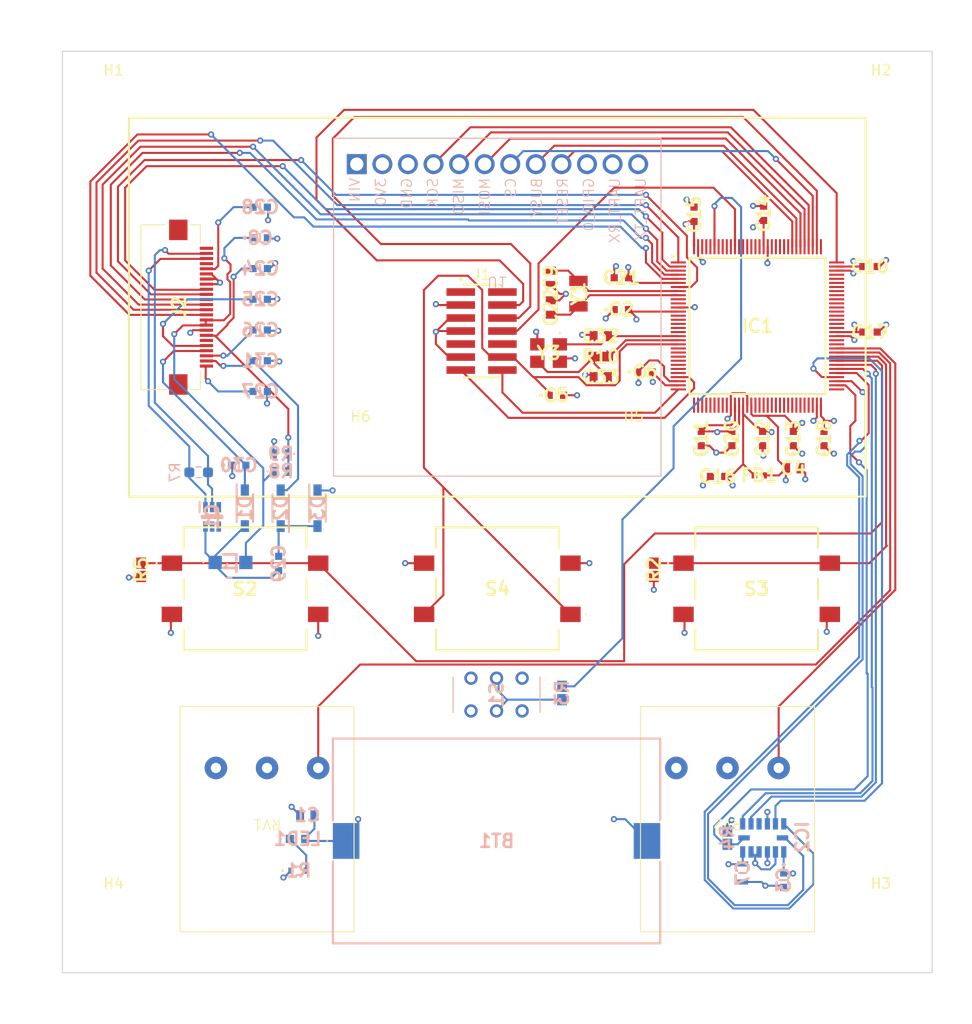
<source format=kicad_pcb>
(kicad_pcb (version 20241229) (generator "pcbnew") (generator_version "9.0")
  (layers (0 "F.Cu" signal) (4 "In1.Cu" power) (6 "In2.Cu" power) (2 "B.Cu" signal) (13 "F.Paste" user) (15 "B.Paste" user) (5 "F.SilkS" user "F.Silkscreen") (7 "B.SilkS" user "B.Silkscreen") (1 "F.Mask" user) (3 "B.Mask" user) (25 "Edge.Cuts" user))
  (net 0 "")
  (net 1 "/Display/SCREEN_CS")
  (net 2 "/Display/SCREEN_D_C")
  (net 3 "/Processor/NRST")
  (net 4 "/Display/SCREEN_RST")
  (net 5 "/Display/SCREEN_BUSY")
  (net 6 "/Processor/OSC32_IN")
  (net 7 "/Processor/OSC32_OUT")
  (net 8 "/Display/1V8")
  (net 9 "/Display/VSH1")
  (net 10 "/Display/VSL")
  (net 11 "/Display/VCOM")
  (net 12 "/Display/VSH2")
  (net 13 "Net-(D2-K)")
  (net 14 "Net-(D1-A)")
  (net 15 "/Display/VGH")
  (net 16 "/Display/VGL")
  (net 17 "/Processor/OSC_IN")
  (net 18 "Net-(C33-Pad2)")
  (net 22 "/Display/SCREEN_SCL")
  (net 24 "/Processor/SWDIO")
  (net 30 "/Processor/SWCLK")
  (net 37 "/Processor/BOOT0")
  (net 54 "/Processor/LPUART1_RX")
  (net 55 "/Processor/OSC_OUT")
  (net 78 "/Processor/LPUART1_TX")
  (net 83 "/Processor/SWO")
  (net 100 "/Connectivity/GND")
  (net 103 "/Controls/ADXL_SDO")
  (net 105 "/Controls/ADXL_CS")
  (net 106 "/Controls/ADXL_INT2")
  (net 107 "/Controls/ADXL_SDI")
  (net 108 "/Controls/ADXL_SCL")
  (net 109 "/Controls/ADXL_INT1")
  (net 114 "/Connectivity/3V0")
  (net 115 "/Display/SCREEN_SDA")
  (net 118 "/Display/GDR")
  (net 120 "/Display/RESE")
  (net 122 "Net-(LED1-K)")
  (net 126 "Net-(S1-COM_1)")
  (net 127 "/Controls/BUTTON_1")
  (net 128 "/Controls/BUTTON_2")
  (net 129 "/Controls/POT_1")
  (net 130 "/Controls/POT_2")
  (net 131 "/Connectivity/WIFI_CS")
  (net 132 "/Connectivity/WIFI_BUSY")
  (net 134 "/Connectivity/WIFI_MOSI")
  (net 135 "/Connectivity/WIFI_SCK")
  (net 136 "/Connectivity/WIFI_MISO")
  (net 138 "/Connectivity/WIFI_RESET")
  (footprint "MountingHole:MountingHole_2.2mm_M2" (layer "F.Cu") (at 171.93 93.83)
    (property "Reference" "H5")
    (property "Value" "MountingHole")
  )
  (footprint "SamacSys_Parts:CX3225FB24000C0FZZH1" (layer "F.Cu") (at 163.615 84.48 180)
    (property "Reference" "Y3")
    (property "Value" "24 MHz" (hide yes))
  )
  (footprint "custom:potentiometer" (layer "F.Cu") (at 136.1 130 180)
    (property "Reference" "RV1")
    (property "Value" "R_Potentiometer_Trim")
  )
  (footprint "SamacSys_Parts:MAJx16" (layer "F.Cu") (at 173.03 86.33)
    (property "Reference" "C6")
    (property "Value" "1uF" (hide yes))
  )
  (footprint "SamacSys_Parts:MAJx16" (layer "F.Cu") (at 190.53 92.83 90)
    (property "Reference" "C18")
    (property "Value" "100nF" (hide yes))
  )
  (footprint "SamacSys_Parts:PTS125SM73SMTR21MLFS" (layer "F.Cu") (at 158.6 107.5 180)
    (property "Reference" "S4")
    (property "Value" "PTS125SM73SMTR21M_LFS" (hide yes))
  )
  (footprint "SamacSys_Parts:PTS125SM73SMTR21MLFS" (layer "F.Cu") (at 183.95 107.5)
    (property "Reference" "S3")
    (property "Value" "PTS125SM73SMTR21M_LFS" (hide yes))
  )
  (footprint "MountingHole:MountingHole_2.2mm_M2" (layer "F.Cu") (at 196.1 139.43)
    (property "Reference" "H3")
    (property "Value" "MountingHole")
  )
  (footprint "SamacSys_Parts:MAJx16" (layer "F.Cu") (at 181.53 92.83 90)
    (property "Reference" "C20")
    (property "Value" "100nF" (hide yes))
  )
  (footprint "SamacSys_Parts:MAJx16" (layer "F.Cu") (at 178.53 92.83 90)
    (property "Reference" "C11")
    (property "Value" "100nF" (hide yes))
  )
  (footprint "SamacSys_Parts:MAJx16" (layer "F.Cu") (at 195.03 82.43 180)
    (property "Reference" "C17")
    (property "Value" "100nF" (hide yes))
  )
  (footprint "SamacSys_Parts:MAJx16" (layer "F.Cu") (at 177.83 70.93 -90)
    (property "Reference" "C15")
    (property "Value" "100nF" (hide yes))
  )
  (footprint "SamacSys_Parts:CAPC1608X90N" (layer "F.Cu") (at 168.715 82.83)
    (property "Reference" "C32")
    (property "Value" "20pF" (hide yes))
  )
  (footprint "custom:potentiometer" (layer "F.Cu") (at 181.1 130 180)
    (property "Reference" "RV2")
    (property "Value" "R_Potentiometer_Trim")
  )
  (footprint "SamacSys_Parts:MAJx16" (layer "F.Cu") (at 184.63 70.83 -90)
    (property "Reference" "C14")
    (property "Value" "100nF" (hide yes))
  )
  (footprint "SamacSys_Parts:687124149022" (layer "F.Cu") (at 130.175 80 -90)
    (property "Reference" "J2")
    (property "Value" "687124149022" (hide yes))
  )
  (footprint "SamacSys_Parts:MAJx16" (layer "F.Cu") (at 187.53 92.83 90)
    (property "Reference" "C13")
    (property "Value" "100nF" (hide yes))
  )
  (footprint "SamacSys_Parts:RESC1608X58N" (layer "F.Cu") (at 168.715 84.83)
    (property "Reference" "R10")
    (property "Value" "390Ω" (hide yes))
  )
  (footprint "SamacSys_Parts:PTS125SM73SMTR21MLFS" (layer "F.Cu") (at 133.95 107.5)
    (property "Reference" "S2")
    (property "Value" "PTS125SM73SMTR21M_LFS" (hide yes))
  )
  (footprint "MountingHole:MountingHole_2.2mm_M2" (layer "F.Cu") (at 196.1 60)
    (property "Reference" "H2")
    (property "Value" "MountingHole")
  )
  (footprint "SamacSys_Parts:QFP40P1600X1600X160-128N" (layer "F.Cu") (at 184.03 81.83)
    (property "Reference" "IC1")
    (property "Value" "STM32G484QET6" (hide yes))
  )
  (footprint "SamacSys_Parts:MAJx16" (layer "F.Cu") (at 164.37625 88.607)
    (property "Reference" "C5")
    (property "Value" "100nF" (hide yes))
  )
  (footprint "SamacSys_Parts:MAJx16" (layer "F.Cu") (at 170.73 80.23)
    (property "Reference" "C2")
    (property "Value" "1uF" (hide yes))
  )
  (footprint "SamacSys_Parts:RESC1608X58N" (layer "F.Cu") (at 123.8 105.65 90)
    (property "Reference" "R5")
    (property "Value" "10KΩ" (hide yes))
  )
  (footprint "SamacSys_Parts:MAJx16" (layer "F.Cu") (at 180.13 96.53)
    (property "Reference" "C16")
    (property "Value" "100nF" (hide yes))
  )
  (footprint "SamacSys_Parts:MAJx16" (layer "F.Cu") (at 184.53 92.83 90)
    (property "Reference" "C12")
    (property "Value" "100nF" (hide yes))
  )
  (footprint "SamacSys_Parts:CAPC1608X90N" (layer "F.Cu") (at 187.53 95.73)
    (property "Reference" "C4")
    (property "Value" "10nF" (hide yes))
  )
  (footprint "SamacSys_Parts:XT1312HHRXX32K76E" (layer "F.Cu") (at 166.53 78.68 90)
    (property "Reference" "Y1")
    (property "Value" "32.764KHz" (hide yes))
  )
  (footprint "FTSH-107-01-F-DV-K:SAMTEC_FTSH-107-01-F-DV-K" (layer "F.Cu") (at 157.065 82.33 -90)
    (property "Reference" "J1")
    (property "Value" "FTSH-107-01-F-DV-K" (hide yes))
  )
  (footprint "SamacSys_Parts:CAPC1608X90N" (layer "F.Cu") (at 163.83 80.03 -90)
    (property "Reference" "C22")
    (property "Value" "6.8pF" (hide yes))
  )
  (footprint "MountingHole:MountingHole_2.2mm_M2" (layer "F.Cu") (at 145.23 93.83)
    (property "Reference" "H6")
    (property "Value" "MountingHole")
  )
  (footprint "MountingHole:MountingHole_2.2mm_M2" (layer "F.Cu") (at 121.1 60)
    (property "Reference" "H1")
    (property "Value" "MountingHole")
  )
  (footprint "SamacSys_Parts:BMCQ1E0000H" (layer "F.Cu") (at 184.205 96.43)
    (property "Reference" "FB1")
    (property "Value" "~" (hide yes))
  )
  (footprint "SamacSys_Parts:RESC1608X58N" (layer "F.Cu") (at 173.9 105.65 90)
    (property "Reference" "R2")
    (property "Value" "10KΩ" (hide yes))
  )
  (footprint "SamacSys_Parts:MAJx16" (layer "F.Cu") (at 195.03 76.03 180)
    (property "Reference" "C10")
    (property "Value" "100nF" (hide yes))
  )
  (footprint "SamacSys_Parts:CAPC1608X90N" (layer "F.Cu") (at 163.83 77.13 90)
    (property "Reference" "C9")
    (property "Value" "6.8pF" (hide yes))
  )
  (footprint "SamacSys_Parts:MAJx16" (layer "F.Cu") (at 170.73 77.13)
    (property "Reference" "C21")
    (property "Value" "100nF" (hide yes))
  )
  (footprint "MountingHole:MountingHole_2.2mm_M2" (layer "F.Cu") (at 121.1 139.43)
    (property "Reference" "H4")
    (property "Value" "MountingHole")
  )
  (footprint "SamacSys_Parts:CAPC1608X90N" (layer "F.Cu") (at 168.715 86.83)
    (property "Reference" "C33")
    (property "Value" "20pF" (hide yes))
  )
  (footprint "SamacSys_Parts:SOD3716X135N" (layer "B.Cu") (at 137.43 99.63 90)
    (property "Reference" "D2")
    (property "Value" "~" (hide yes))
  )
  (footprint "SamacSys_Parts:LGA14R80P3X6_300X500X100" (layer "B.Cu") (at 184.5938 131.8284 90)
    (property "Reference" "IC2")
    (property "Value" "ADXL345BCCZ" (hide yes))
  )
  (footprint "SamacSys_Parts:MAJx16" (layer "B.Cu") (at 135.43 88.23)
    (property "Reference" "C27")
    (property "Value" "1uF" (hide yes))
  )
  (footprint "SamacSys_Parts:RT73F1J100RBTD" (layer "B.Cu") (at 139.18 135.03)
    (property "Reference" "R1")
    (property "Value" "100 Ω" (hide yes))
  )
  (footprint "SamacSys_Parts:SOD3716X135N" (layer "B.Cu") (at 133.93 99.63 -90)
    (property "Reference" "D1")
    (property "Value" "~" (hide yes))
  )
  (footprint "Resistor_SMD:R_0603_1608Metric_Pad0.98x0.95mm_HandSolder" (layer "B.Cu") (at 129.4175 96.13)
    (property "Reference" "R7")
    (property "Value" "2.2Ω")
  )
  (footprint "SamacSys_Parts:RESC1608X58N" (layer "B.Cu") (at 164.93 117.68 90)
    (property "Reference" "R3")
    (property "Value" "10KΩ" (hide yes))
  )
  (footprint "SamacSys_Parts:MAJx16" (layer "B.Cu") (at 135.43 85.23 180)
    (property "Reference" "C31")
    (property "Value" "1uF" (hide yes))
  )
  (footprint "SamacSys_Parts:MAJx16" (layer "B.Cu") (at 135.43 73.23)
    (property "Reference" "C8")
    (property "Value" "1uF" (hide yes))
  )
  (footprint "SamacSys_Parts:CDRH2D18LDNP470NC" (layer "B.Cu") (at 132.53 104.93 -90)
    (property "Reference" "L1")
    (property "Value" "47 uH" (hide yes))
  )
  (footprint "SamacSys_Parts:RESC1608X58N" (layer "B.Cu") (at 181.0876 131.8068 -90)
    (property "Reference" "R4")
    (property "Value" "10KΩ" (hide yes))
  )
  (footprint "SamacSys_Parts:ERA3AEB101V" (layer "B.Cu") (at 137.455 96.03)
    (property "Reference" "R8")
    (property "Value" "1 kOhm" (hide yes))
  )
  (footprint "SamacSys_Parts:SMTU2032C" (layer "B.Cu") (at 158.53 132.13)
    (property "Reference" "BT1")
    (property "Value" "3V" (hide yes))
  )
  (footprint "SamacSys_Parts:SOD3716X135N" (layer "B.Cu") (at 141.03 99.63 -90)
    (property "Reference" "D3")
    (property "Value" "~" (hide yes))
  )
  (footprint "SamacSys_Parts:KTEELP4112S2U1252X4X5R18" (layer "B.Cu") (at 139.08 131.93)
    (property "Reference" "LED1")
    (property "Value" "KT_EELP41.12-S2U1-25-2X4X-5-R18" (hide yes))
  )
  (footprint "SamacSys_Parts:MAJx16" (layer "B.Cu") (at 135.43 82.23)
    (property "Reference" "C26")
    (property "Value" "1uF" (hide yes))
  )
  (footprint "SamacSys_Parts:MAJx16" (layer "B.Cu") (at 133.33 95.43)
    (property "Reference" "C30")
    (property "Value" "1uF" (hide yes))
  )
  (footprint "SamacSys_Parts:MAJx16" (layer "B.Cu") (at 137.23 105.03 -90)
    (property "Reference" "C29")
    (property "Value" "1uF" (hide yes))
  )
  (footprint "SamacSys_Parts:SOT65P210X110-6N" (layer "B.Cu") (at 130.73 100.48 -90)
    (property "Reference" "Q1")
    (property "Value" "~" (hide yes))
  )
  (footprint "SamacSys_Parts:MAJx16" (layer "B.Cu") (at 135.43 70.23)
    (property "Reference" "C28")
    (property "Value" "1uF" (hide yes))
  )
  (footprint "SamacSys_Parts:MAJx16" (layer "B.Cu") (at 135.43 79.23)
    (property "Reference" "C25")
    (property "Value" "1uF" (hide yes))
  )
  (footprint "SamacSys_Parts:MAJx16" (layer "B.Cu") (at 186.5876 135.9568 -90)
    (property "Reference" "C3")
    (property "Value" "100nF" (hide yes))
  )
  (footprint "SamacSys_Parts:MHSS1104" (layer "B.Cu") (at 156.03 119.43 90)
    (property "Reference" "S1")
    (property "Value" "MHSS1104" (hide yes))
  )
  (footprint "SamacSys_Parts:MAJx16" (layer "B.Cu") (at 135.43 76.23)
    (property "Reference" "C24")
    (property "Value" "1uF" (hide yes))
  )
  (footprint "SamacSys_Parts:ERA3AEB101V" (layer "B.Cu") (at 137.455 94.33 180)
    (property "Reference" "R9")
    (property "Value" "1.5 kOhms" (hide yes))
  )
  (footprint "SamacSys_Parts:CAPC1608X90N" (layer "B.Cu") (at 140.03 129.63 180)
    (property "Reference" "C1")
    (property "Value" "10uF" (hide yes))
  )
  (footprint "SamacSys_Parts:CAPC1709X100N" (layer "B.Cu") (at 182.5876 135.2568 -90)
    (property "Reference" "C7")
    (property "Value" "1uF" (hide yes))
  )
  (footprint "custom:esp32_wifi_module" (layer "B.Cu") (at 158.6 80)
    (property "Reference" "U1")
    (property "Value" "~")
  )
  (gr_rect (start 122.6 61.5) (end 194.6 98.5) (stroke (width 0.2)) (fill no) (layer "F.SilkS"))
  (gr_rect (start 116.1 55) (end 201.1 145) (stroke (width 0.1)) (fill no) (layer "Edge.Cuts"))
  (segment (start 174.23 75.53) (end 175.13 76.43) (width 0.2) (layer "F.Cu") (net 1))
  (segment (start 123.55 79.75) (end 120.03 76.23) (width 0.2) (layer "F.Cu") (net 1))
  (segment (start 173.13 72.33) (end 174.23 73.43) (width 0.2) (layer "F.Cu") (net 1))
  (segment (start 120.03 68.03) (end 123.73 64.33) (width 0.2) (layer "F.Cu") (net 1))
  (segment (start 174.23 73.43) (end 174.23 75.53) (width 0.2) (layer "F.Cu") (net 1))
  (segment (start 175.13 76.43) (end 176.292 76.43) (width 0.2) (layer "F.Cu") (net 1))
  (segment (start 130.175 79.75) (end 123.55 79.75) (width 0.2) (layer "F.Cu") (net 1))
  (segment (start 123.73 64.33) (end 134.73 64.33) (width 0.2) (layer "F.Cu") (net 1))
  (segment (start 120.03 76.23) (end 120.03 68.03) (width 0.2) (layer "F.Cu") (net 1))
  (via (at 173.13 72.33) (size 0.6) (drill 0.3) (layers "F.Cu" "B.Cu") (net 1))
  (via (at 134.73 64.33) (size 0.6) (drill 0.3) (layers "F.Cu" "B.Cu") (net 1))
  (segment (start 141.33 70.93) (end 134.73 64.33) (width 0.2) (layer "B.Cu") (net 1))
  (segment (start 173.13 72.33) (end 171.73 70.93) (width 0.2) (layer "B.Cu") (net 1))
  (segment (start 171.73 70.93) (end 170.03 70.93) (width 0.2) (layer "B.Cu") (net 1))
  (segment (start 170.03 70.93) (end 141.33 70.93) (width 0.2) (layer "B.Cu") (net 1))
  (segment (start 130.175 79.25) (end 124.15 79.25) (width 0.2) (layer "F.Cu") (net 2))
  (segment (start 123.93 64.93) (end 133.43 64.93) (width 0.2) (layer "F.Cu") (net 2))
  (segment (start 173.13 73.23) (end 173.73 73.83) (width 0.2) (layer "F.Cu") (net 2))
  (segment (start 120.83 75.93) (end 120.83 68.03) (width 0.2) (layer "F.Cu") (net 2))
  (segment (start 174.93 76.83) (end 176.292 76.83) (width 0.2) (layer "F.Cu") (net 2))
  (segment (start 120.83 68.03) (end 123.93 64.93) (width 0.2) (layer "F.Cu") (net 2))
  (segment (start 173.73 75.63) (end 174.93 76.83) (width 0.2) (layer "F.Cu") (net 2))
  (segment (start 124.15 79.25) (end 120.83 75.93) (width 0.2) (layer "F.Cu") (net 2))
  (segment (start 173.73 73.83) (end 173.73 75.63) (width 0.2) (layer "F.Cu") (net 2))
  (via (at 173.13 73.23) (size 0.6) (drill 0.3) (layers "F.Cu" "B.Cu") (net 2))
  (via (at 133.43 64.93) (size 0.6) (drill 0.3) (layers "F.Cu" "B.Cu") (net 2))
  (segment (start 134.43 64.93) (end 134.03 64.93) (width 0.2) (layer "B.Cu") (net 2))
  (segment (start 155.73 71.43) (end 140.93 71.43) (width 0.2) (layer "B.Cu") (net 2))
  (segment (start 173.13 73.23) (end 172.63 73.23) (width 0.2) (layer "B.Cu") (net 2))
  (segment (start 140.53 71.03) (end 134.43 64.93) (width 0.2) (layer "B.Cu") (net 2))
  (segment (start 170.93 71.53) (end 155.83 71.53) (width 0.2) (layer "B.Cu") (net 2))
  (segment (start 140.93 71.43) (end 140.53 71.03) (width 0.2) (layer "B.Cu") (net 2))
  (segment (start 134.03 64.93) (end 133.43 64.93) (width 0.2) (layer "B.Cu") (net 2))
  (segment (start 172.63 73.23) (end 170.93 71.53) (width 0.2) (layer "B.Cu") (net 2))
  (segment (start 155.83 71.53) (end 155.73 71.43) (width 0.2) (layer "B.Cu") (net 2))
  (segment (start 170.565 84.33) (end 170.565 87.167) (width 0.2) (layer "F.Cu") (net 3))
  (segment (start 163.67625 88.607) (end 163.67625 88.33) (width 0.2) (layer "F.Cu") (net 3))
  (segment (start 162.17625 86.83) (end 162.113 86.83) (width 0.2) (layer "F.Cu") (net 3))
  (segment (start 153.334 108.116) (end 153.334 97.584) (width 0.2) (layer "F.Cu") (net 3))
  (segment (start 157.13 78.33) (end 155.73 76.93) (width 0.2) (layer "F.Cu") (net 3))
  (segment (start 159.1 84.87) (end 158.003 84.87) (width 0.2) (layer "F.Cu") (net 3))
  (segment (start 158.003 84.87) (end 157.13 83.997) (width 0.2) (layer "F.Cu") (net 3))
  (segment (start 155.73 76.93) (end 152.83 76.93) (width 0.2) (layer "F.Cu") (net 3))
  (segment (start 170.565 87.167) (end 170.106 87.626) (width 0.2) (layer "F.Cu") (net 3))
  (segment (start 160.153 84.87) (end 159.1 84.87) (width 0.2) (layer "F.Cu") (net 3))
  (segment (start 151.45 110) (end 153.334 108.116) (width 0.2) (layer "F.Cu") (net 3))
  (segment (start 166.528 86.83) (end 162.17625 86.83) (width 0.2) (layer "F.Cu") (net 3))
  (segment (start 162.113 86.83) (end 160.153 84.87) (width 0.2) (layer "F.Cu") (net 3))
  (segment (start 152.83 76.93) (end 151.43 78.33) (width 0.2) (layer "F.Cu") (net 3))
  (segment (start 167.324 87.626) (end 166.528 86.83) (width 0.2) (layer "F.Cu") (net 3))
  (segment (start 151.43 78.33) (end 151.43 95.68) (width 0.2) (layer "F.Cu") (net 3))
  (segment (start 151.43 95.68) (end 153.334 97.584) (width 0.2) (layer "F.Cu") (net 3))
  (segment (start 153.334 97.584) (end 165.75 110) (width 0.2) (layer "F.Cu") (net 3))
  (segment (start 163.67625 88.33) (end 162.17625 86.83) (width 0.2) (layer "F.Cu") (net 3))
  (segment (start 171.265 83.63) (end 176.292 83.63) (width 0.2) (layer "F.Cu") (net 3))
  (segment (start 157.13 83.997) (end 157.13 78.33) (width 0.2) (layer "F.Cu") (net 3))
  (segment (start 171.265 83.63) (end 170.565 84.33) (width 0.2) (layer "F.Cu") (net 3))
  (segment (start 170.106 87.626) (end 167.324 87.626) (width 0.2) (layer "F.Cu") (net 3))
  (segment (start 177.53 78.03) (end 176.292 78.03) (width 0.2) (layer "F.Cu") (net 4))
  (segment (start 177.13 75.13) (end 178.13 76.13) (width 0.2) (layer "F.Cu") (net 4))
  (segment (start 124.13 65.63) (end 121.53 68.23) (width 0.2) (layer "F.Cu") (net 4))
  (segment (start 177.13 73.03) (end 177.13 75.13) (width 0.2) (layer "F.Cu") (net 4))
  (segment (start 124.75 78.75) (end 130.175 78.75) (width 0.2) (layer "F.Cu") (net 4))
  (segment (start 178.13 77.43) (end 177.53 78.03) (width 0.2) (layer "F.Cu") (net 4))
  (segment (start 173.13 69.03) (end 177.13 73.03) (width 0.2) (layer "F.Cu") (net 4))
  (segment (start 121.53 68.23) (end 121.53 75.53) (width 0.2) (layer "F.Cu") (net 4))
  (segment (start 139.43 65.63) (end 124.13 65.63) (width 0.2) (layer "F.Cu") (net 4))
  (segment (start 178.13 76.13) (end 178.13 77.43) (width 0.2) (layer "F.Cu") (net 4))
  (segment (start 121.53 75.53) (end 124.75 78.75) (width 0.2) (layer "F.Cu") (net 4))
  (via (at 173.13 69.03) (size 0.6) (drill 0.3) (layers "F.Cu" "B.Cu") (net 4))
  (via (at 139.43 65.63) (size 0.6) (drill 0.3) (layers "F.Cu" "B.Cu") (net 4))
  (segment (start 139.43 65.63) (end 142.83 69.03) (width 0.2) (layer "B.Cu") (net 4))
  (segment (start 142.83 69.03) (end 173.13 69.03) (width 0.2) (layer "B.Cu") (net 4))
  (segment (start 137.63 66.23) (end 124.33 66.23) (width 0.2) (layer "F.Cu") (net 5))
  (segment (start 125.099 78.299) (end 130.126 78.299) (width 0.2) (layer "F.Cu") (net 5))
  (segment (start 174.73 72.73) (end 174.73 75.33) (width 0.2) (layer "F.Cu") (net 5))
  (segment (start 174.73 75.33) (end 175.43 76.03) (width 0.2) (layer "F.Cu") (net 5))
  (segment (start 175.43 76.03) (end 176.292 76.03) (width 0.2) (layer "F.Cu") (net 5))
  (segment (start 173.13 71.13) (end 174.73 72.73) (width 0.2) (layer "F.Cu") (net 5))
  (segment (start 122.23 68.33) (end 122.23 75.43) (width 0.2) (layer "F.Cu") (net 5))
  (segment (start 122.23 75.43) (end 125.099 78.299) (width 0.2) (layer "F.Cu") (net 5))
  (segment (start 130.126 78.299) (end 130.175 78.25) (width 0.2) (layer "F.Cu") (net 5))
  (segment (start 124.33 66.23) (end 122.23 68.33) (width 0.2) (layer "F.Cu") (net 5))
  (via (at 137.63 66.23) (size 0.6) (drill 0.3) (layers "F.Cu" "B.Cu") (net 5))
  (via (at 173.13 71.13) (size 0.6) (drill 0.3) (layers "F.Cu" "B.Cu") (net 5))
  (segment (start 137.63 66.23) (end 141.83 70.43) (width 0.2) (layer "B.Cu") (net 5))
  (segment (start 172.43 70.43) (end 173.13 71.13) (width 0.2) (layer "B.Cu") (net 5))
  (segment (start 141.83 70.43) (end 172.43 70.43) (width 0.2) (layer "B.Cu") (net 5))
  (segment (start 165.53 76.43) (end 166.53 77.43) (width 0.2) (layer "F.Cu") (net 6))
  (segment (start 167.53 78.43) (end 166.53 77.43) (width 0.2) (layer "F.Cu") (net 6))
  (segment (start 163.83 76.43) (end 165.53 76.43) (width 0.2) (layer "F.Cu") (net 6))
  (segment (start 176.292 78.43) (end 167.53 78.43) (width 0.2) (layer "F.Cu") (net 6))
  (segment (start 163.83 80.73) (end 165.73 80.73) (width 0.2) (layer "F.Cu") (net 7))
  (segment (start 167.63 78.83) (end 166.53 79.93) (width 0.2) (layer "F.Cu") (net 7))
  (segment (start 165.73 80.73) (end 166.53 79.93) (width 0.2) (layer "F.Cu") (net 7))
  (segment (start 176.292 78.83) (end 167.63 78.83) (width 0.2) (layer "F.Cu") (net 7))
  (segment (start 132.23 81.63) (end 132.23 81.73) (width 0.2) (layer "F.Cu") (net 8))
  (segment (start 131.007 82.78) (end 131.0935 82.8665) (width 0.2) (layer "F.Cu") (net 8))
  (segment (start 130.105 82.78) (end 131.007 82.78) (width 0.2) (layer "F.Cu") (net 8))
  (segment (start 132.83 81.03) (end 132.23 81.63) (width 0.2) (layer "F.Cu") (net 8))
  (segment (start 131.0935 82.8665) (end 138.18 89.953) (width 0.2) (layer "F.Cu") (net 8))
  (segment (start 132.83 77.03) (end 132.83 81.03) (width 0.2) (layer "F.Cu") (net 8))
  (segment (start 132.23 81.73) (end 131.0935 82.8665) (width 0.2) (layer "F.Cu") (net 8))
  (segment (start 138.18 89.953) (end 138.18 92.73) (width 0.2) (layer "F.Cu") (net 8))
  (via (at 138.18 92.73) (size 0.6) (drill 0.3) (layers "F.Cu" "B.Cu") (net 8))
  (via (at 132.83 77.03) (size 0.6) (drill 0.3) (layers "F.Cu" "B.Cu") (net 8))
  (segment (start 133.63 76.23) (end 132.83 77.03) (width 0.2) (layer "B.Cu") (net 8))
  (segment (start 138.18 94.33) (end 138.18 92.73) (width 0.2) (layer "B.Cu") (net 8))
  (segment (start 138.18 96.03) (end 138.18 94.33) (width 0.2) (layer "B.Cu") (net 8))
  (segment (start 138.18 92.73) (end 138.18 92.68) (width 0.2) (layer "B.Cu") (net 8))
  (segment (start 134.73 76.23) (end 133.63 76.23) (width 0.2) (layer "B.Cu") (net 8))
  (segment (start 126.88 83.78) (end 125.93 82.83) (width 0.2) (layer "F.Cu") (net 9))
  (segment (start 130.105 83.78) (end 126.88 83.78) (width 0.2) (layer "F.Cu") (net 9))
  (segment (start 125.93 82.83) (end 125.93 81.63) (width 0.2) (layer "F.Cu") (net 9))
  (via (at 125.93 81.63) (size 0.6) (drill 0.3) (layers "F.Cu" "B.Cu") (net 9))
  (segment (start 125.93 81.63) (end 128.33 79.23) (width 0.2) (layer "B.Cu") (net 9))
  (segment (start 128.33 79.23) (end 134.73 79.23) (width 0.2) (layer "B.Cu") (net 9))
  (segment (start 131.83 84.73) (end 130.195 84.73) (width 0.2) (layer "F.Cu") (net 10))
  (segment (start 130.195 84.73) (end 130.175 84.75) (width 0.2) (layer "F.Cu") (net 10))
  (via (at 131.83 84.73) (size 0.6) (drill 0.3) (layers "F.Cu" "B.Cu") (net 10))
  (segment (start 132.23 84.73) (end 132.13 84.73) (width 0.2) (layer "B.Cu") (net 10))
  (segment (start 134.73 82.23) (end 132.23 84.73) (width 0.2) (layer "B.Cu") (net 10))
  (segment (start 132.23 84.73) (end 131.83 84.73) (width 0.2) (layer "B.Cu") (net 10))
  (segment (start 130.105 87.005) (end 130.33 87.23) (width 0.2) (layer "F.Cu") (net 11))
  (segment (start 130.105 85.78) (end 130.105 87.005) (width 0.2) (layer "F.Cu") (net 11))
  (via (at 130.33 87.23) (size 0.6) (drill 0.3) (layers "F.Cu" "B.Cu") (net 11))
  (segment (start 134.73 88.23) (end 131.33 88.23) (width 0.2) (layer "B.Cu") (net 11))
  (segment (start 131.33 88.23) (end 130.33 87.23) (width 0.2) (layer "B.Cu") (net 11))
  (segment (start 130.105 76.28) (end 131.007 76.28) (width 0.2) (layer "F.Cu") (net 12))
  (segment (start 131.007 76.28) (end 131.33 75.957) (width 0.2) (layer "F.Cu") (net 12))
  (segment (start 131.33 75.957) (end 131.33 71.73) (width 0.2) (layer "F.Cu") (net 12))
  (via (at 131.33 71.73) (size 0.6) (drill 0.3) (layers "F.Cu" "B.Cu") (net 12))
  (segment (start 132.83 70.23) (end 134.73 70.23) (width 0.2) (layer "B.Cu") (net 12))
  (segment (start 131.33 71.73) (end 132.83 70.23) (width 0.2) (layer "B.Cu") (net 12))
  (segment (start 141.03 101.38) (end 137.43 101.38) (width 0.2) (layer "B.Cu") (net 13))
  (segment (start 137.23 104.33) (end 137.23 101.58) (width 0.2) (layer "B.Cu") (net 13))
  (segment (start 137.23 101.58) (end 137.43 101.38) (width 0.2) (layer "B.Cu") (net 13))
  (segment (start 131.03 104.93) (end 130.08 103.98) (width 0.2) (layer "B.Cu") (net 14))
  (segment (start 130.08 103.98) (end 130.08 101.43) (width 0.2) (layer "B.Cu") (net 14))
  (segment (start 132.23 106.43) (end 131.03 105.23) (width 0.2) (layer "B.Cu") (net 14))
  (segment (start 137.23 105.73) (end 136.53 106.43) (width 0.2) (layer "B.Cu") (net 14))
  (segment (start 136.53 106.43) (end 132.23 106.43) (width 0.2) (layer "B.Cu") (net 14))
  (segment (start 131.03 105.23) (end 131.03 104.93) (width 0.2) (layer "B.Cu") (net 14))
  (segment (start 131.03 104.93) (end 131.03 104.28) (width 0.2) (layer "B.Cu") (net 14))
  (segment (start 131.03 104.28) (end 133.93 101.38) (width 0.2) (layer "B.Cu") (net 14))
  (segment (start 126.98 84.28) (end 125.93 85.33) (width 0.2) (layer "F.Cu") (net 15))
  (segment (start 130.105 84.28) (end 126.98 84.28) (width 0.2) (layer "F.Cu") (net 15))
  (via (at 125.93 85.33) (size 0.6) (drill 0.3) (layers "F.Cu" "B.Cu") (net 15))
  (segment (start 125.93 86.93) (end 125.93 85.33) (width 0.2) (layer "B.Cu") (net 15))
  (segment (start 133.93 95.53) (end 134.03 95.43) (width 0.2) (layer "B.Cu") (net 15))
  (segment (start 134.03 95.43) (end 125.93 87.33) (width 0.2) (layer "B.Cu") (net 15))
  (segment (start 125.93 87.33) (end 125.93 86.93) (width 0.2) (layer "B.Cu") (net 15))
  (segment (start 133.93 97.88) (end 133.93 95.53) (width 0.2) (layer "B.Cu") (net 15))
  (segment (start 131.83 85.73) (end 131.803 85.703) (width 0.2) (layer "F.Cu") (net 16))
  (segment (start 131.53 85.703) (end 131.077 85.25) (width 0.2) (layer "F.Cu") (net 16))
  (segment (start 131.803 85.703) (end 131.53 85.703) (width 0.2) (layer "F.Cu") (net 16))
  (segment (start 131.077 85.25) (end 130.175 85.25) (width 0.2) (layer "F.Cu") (net 16))
  (via (at 131.83 85.73) (size 0.6) (drill 0.3) (layers "F.Cu" "B.Cu") (net 16))
  (segment (start 134.73 85.23) (end 134.23 85.73) (width 0.2) (layer "B.Cu") (net 16))
  (segment (start 139.13 96.78) (end 139.13 89.63) (width 0.2) (layer "B.Cu") (net 16))
  (segment (start 137.43 97.88) (end 138.03 97.88) (width 0.2) (layer "B.Cu") (net 16))
  (segment (start 138.03 97.88) (end 139.13 96.78) (width 0.2) (layer "B.Cu") (net 16))
  (segment (start 134.23 85.73) (end 131.83 85.73) (width 0.2) (layer "B.Cu") (net 16))
  (segment (start 139.13 89.63) (end 134.73 85.23) (width 0.2) (layer "B.Cu") (net 16))
  (segment (start 169.415 82.83) (end 169.415 82.935) (width 0.2) (layer "F.Cu") (net 17))
  (segment (start 176.292 82.83) (end 169.415 82.83) (width 0.2) (layer "F.Cu") (net 17))
  (segment (start 169.415 82.935) (end 168.72 83.63) (width 0.2) (layer "F.Cu") (net 17))
  (segment (start 168.72 83.63) (end 164.715 83.63) (width 0.2) (layer "F.Cu") (net 17))
  (segment (start 163.515 86.33) (end 166.565 86.33) (width 0.2) (layer "F.Cu") (net 18))
  (segment (start 168.065 85.48) (end 169.415 86.83) (width 0.2) (layer "F.Cu") (net 18))
  (segment (start 162.515 85.33) (end 163.515 86.33) (width 0.2) (layer "F.Cu") (net 18))
  (segment (start 166.565 86.33) (end 168.065 84.83) (width 0.2) (layer "F.Cu") (net 18))
  (segment (start 168.065 84.83) (end 168.065 85.48) (width 0.2) (layer "F.Cu") (net 18))
  (segment (start 123.53 63.73) (end 135.43 63.73) (width 0.2) (layer "F.Cu") (net 22))
  (segment (start 173.13 70.03) (end 176.292 73.192) (width 0.2) (layer "F.Cu") (net 22))
  (segment (start 119.43 76.63) (end 119.43 67.83) (width 0.2) (layer "F.Cu") (net 22))
  (segment (start 119.43 67.83) (end 123.53 63.73) (width 0.2) (layer "F.Cu") (net 22))
  (segment (start 123.05 80.25) (end 119.43 76.63) (width 0.2) (layer "F.Cu") (net 22))
  (segment (start 176.292 73.192) (end 176.292 75.63) (width 0.2) (layer "F.Cu") (net 22))
  (segment (start 130.175 80.25) (end 123.05 80.25) (width 0.2) (layer "F.Cu") (net 22))
  (via (at 135.43 63.73) (size 0.6) (drill 0.3) (layers "F.Cu" "B.Cu") (net 22))
  (via (at 173.13 70.03) (size 0.6) (drill 0.3) (layers "F.Cu" "B.Cu") (net 22))
  (segment (start 173.13 70.03) (end 142.980056 70.03) (width 0.2) (layer "B.Cu") (net 22))
  (segment (start 136.680056 63.73) (end 135.43 63.73) (width 0.2) (layer "B.Cu") (net 22))
  (segment (start 142.980056 70.03) (end 136.680056 63.73) (width 0.2) (layer "B.Cu") (net 22))
  (segment (start 146.83 75.43) (end 158.83 75.43) (width 0.2) (layer "F.Cu") (net 24))
  (segment (start 191.768 75.63) (end 191.768 68.868) (width 0.2) (layer "F.Cu") (net 24))
  (segment (start 158.83 75.43) (end 161.13 77.73) (width 0.2) (layer "F.Cu") (net 24))
  (segment (start 140.93 69.53) (end 146.83 75.43) (width 0.2) (layer "F.Cu") (net 24))
  (segment (start 161.13 79.43) (end 160.77 79.79) (width 0.2) (layer "F.Cu") (net 24))
  (segment (start 143.63 60.73) (end 140.93 63.43) (width 0.2) (layer "F.Cu") (net 24))
  (segment (start 183.63 60.73) (end 143.63 60.73) (width 0.2) (layer "F.Cu") (net 24))
  (segment (start 160.77 79.79) (end 159.1 79.79) (width 0.2) (layer "F.Cu") (net 24))
  (segment (start 161.13 77.73) (end 161.13 79.43) (width 0.2) (layer "F.Cu") (net 24))
  (segment (start 140.93 63.43) (end 140.93 69.53) (width 0.2) (layer "F.Cu") (net 24))
  (segment (start 191.768 68.868) (end 183.63 60.73) (width 0.2) (layer "F.Cu") (net 24))
  (segment (start 142.53 69.13) (end 147.23 73.83) (width 0.2) (layer "F.Cu") (net 30))
  (segment (start 144.63 61.43) (end 142.53 63.53) (width 0.2) (layer "F.Cu") (net 30))
  (segment (start 161.83 79.93) (end 160.7 81.06) (width 0.2) (layer "F.Cu") (net 30))
  (segment (start 160.7 81.06) (end 159.1 81.06) (width 0.2) (layer "F.Cu") (net 30))
  (segment (start 159.93 73.83) (end 161.83 75.73) (width 0.2) (layer "F.Cu") (net 30))
  (segment (start 189.83 68.63) (end 182.63 61.43) (width 0.2) (layer "F.Cu") (net 30))
  (segment (start 142.53 63.53) (end 142.53 69.13) (width 0.2) (layer "F.Cu") (net 30))
  (segment (start 189.83 74.092) (end 189.83 68.63) (width 0.2) (layer "F.Cu") (net 30))
  (segment (start 147.23 73.83) (end 159.93 73.83) (width 0.2) (layer "F.Cu") (net 30))
  (segment (start 182.63 61.43) (end 144.63 61.43) (width 0.2) (layer "F.Cu") (net 30))
  (segment (start 161.83 75.73) (end 161.83 79.93) (width 0.2) (layer "F.Cu") (net 30))
  (segment (start 179.83 70.13) (end 179.83 74.092) (width 0.2) (layer "F.Cu") (net 37))
  (via (at 179.83 70.13) (size 0.6) (drill 0.3) (layers "F.Cu" "B.Cu") (net 37))
  (segment (start 182.43 85.03) (end 175.83 91.63) (width 0.2) (layer "B.Cu") (net 37))
  (segment (start 182.43 70.23) (end 182.43 85.03) (width 0.2) (layer "B.Cu") (net 37))
  (segment (start 175.83 91.63) (end 175.83 95.73) (width 0.2) (layer "B.Cu") (net 37))
  (segment (start 166.13 117.03) (end 164.93 117.03) (width 0.2) (layer "B.Cu") (net 37))
  (segment (start 179.83 69.93) (end 180.43 69.33) (width 0.2) (layer "B.Cu") (net 37))
  (segment (start 170.83 100.73) (end 170.83 112.33) (width 0.2) (layer "B.Cu") (net 37))
  (segment (start 175.83 95.73) (end 170.83 100.73) (width 0.2) (layer "B.Cu") (net 37))
  (segment (start 170.83 112.33) (end 166.13 117.03) (width 0.2) (layer "B.Cu") (net 37))
  (segment (start 180.43 69.33) (end 181.53 69.33) (width 0.2) (layer "B.Cu") (net 37))
  (segment (start 181.53 69.33) (end 182.43 70.23) (width 0.2) (layer "B.Cu") (net 37))
  (segment (start 179.83 70.13) (end 179.83 69.93) (width 0.2) (layer "B.Cu") (net 37))
  (segment (start 176.292 88.03) (end 174.015 90.307) (width 0.2) (layer "F.Cu") (net 54))
  (segment (start 161.07625 90.307) (end 159.1 88.33075) (width 0.2) (layer "F.Cu") (net 54))
  (segment (start 174.015 90.307) (end 161.07625 90.307) (width 0.2) (layer "F.Cu") (net 54))
  (segment (start 159.1 88.33075) (end 159.1 86.14) (width 0.2) (layer "F.Cu") (net 54))
  (segment (start 171.165 83.23) (end 169.565 84.83) (width 0.2) (layer "F.Cu") (net 55))
  (segment (start 169.365 84.83) (end 169.365 84.3035) (width 0.2) (layer "F.Cu") (net 55))
  (segment (start 176.292 83.23) (end 171.165 83.23) (width 0.2) (layer "F.Cu") (net 55))
  (segment (start 169.565 84.83) (end 169.365 84.83) (width 0.2) (layer "F.Cu") (net 55))
  (segment (start 177.83 87.33) (end 177.83 87.9315) (width 0.2) (layer "F.Cu") (net 78))
  (segment (start 177.83 87.9315) (end 174.9545 90.807) (width 0.2) (layer "F.Cu") (net 78))
  (segment (start 174.9545 90.807) (end 159.697 90.807) (width 0.2) (layer "F.Cu") (net 78))
  (segment (start 159.697 90.807) (end 155.03 86.14) (width 0.2) (layer "F.Cu") (net 78))
  (segment (start 177.33 86.83) (end 177.83 87.33) (width 0.2) (layer "F.Cu") (net 78))
  (segment (start 176.292 86.83) (end 177.33 86.83) (width 0.2) (layer "F.Cu") (net 78))
  (segment (start 160.53 82.33) (end 159.1 82.33) (width 0.2) (layer "F.Cu") (net 83))
  (segment (start 181.83 74.092) (end 181.83 70.43) (width 0.2) (layer "F.Cu") (net 83))
  (segment (start 170.03 68.33) (end 162.63 75.73) (width 0.2) (layer "F.Cu") (net 83))
  (segment (start 162.63 75.73) (end 162.63 80.23) (width 0.2) (layer "F.Cu") (net 83))
  (segment (start 162.63 80.23) (end 160.53 82.33) (width 0.2) (layer "F.Cu") (net 83))
  (segment (start 179.73 68.33) (end 170.03 68.33) (width 0.2) (layer "F.Cu") (net 83))
  (segment (start 181.83 70.43) (end 179.73 68.33) (width 0.2) (layer "F.Cu") (net 83))
  (segment (start 130.175 76.75) (end 130.65 76.75) (width 0.2) (layer "F.Cu") (net 100))
  (segment (start 167.2 86.6) (end 167.785 86.6) (width 0.2) (layer "F.Cu") (net 100))
  (segment (start 170.03 77.13) (end 170.03 76.17) (width 0.2) (layer "F.Cu") (net 100))
  (segment (start 180 94.2) (end 180.86 94.2) (width 0.2) (layer "F.Cu") (net 100))
  (segment (start 189.83 90.77) (end 189.83 89.568) (width 0.2) (layer "F.Cu") (net 100))
  (segment (start 176.9 110.1) (end 176.8 110) (width 0.2) (layer "F.Cu") (net 100))
  (segment (start 155.03 84.87) (end 153.87 84.87) (width 0.2) (layer "F.Cu") (net 100))
  (segment (start 126.7 110.1) (end 126.8 110) (width 0.2) (layer "F.Cu") (net 100))
  (segment (start 195.87 82.43) (end 196.6 81.7) (width 0.2) (layer "F.Cu") (net 100))
  (segment (start 178.53 93.53) (end 179.33 93.53) (width 0.2) (layer "F.Cu") (net 100))
  (segment (start 188.7 96.8) (end 188.7 96.2) (width 0.2) (layer "F.Cu") (net 100))
  (segment (start 181.43 90.57) (end 181.43 89.568) (width 0.2) (layer "F.Cu") (net 100))
  (segment (start 153.87 84.87) (end 152.6 83.6) (width 0.2) (layer "F.Cu") (net 100))
  (segment (start 162.515 82.515) (end 162.4 82.4) (width 0.2) (layer "F.Cu") (net 100))
  (segment (start 190.8 110.3) (end 191.1 110) (width 0.2) (layer "F.Cu") (net 100))
  (segment (start 178.23 75.13) (end 178.7 75.6) (width 0.2) (layer "F.Cu") (net 100))
  (segment (start 152.6 83.6) (end 152.6 82.4) (width 0.2) (layer "F.Cu") (net 100))
  (segment (start 165.045 85) (end 164.715 85.33) (width 0.2) (layer "F.Cu") (net 100))
  (segment (start 165.3 78.7) (end 164.7 78.7) (width 0.2) (layer "F.Cu") (net 100))
  (segment (start 191.3 94.3) (end 190.53 93.53) (width 0.2) (layer "F.Cu") (net 100))
  (segment (start 167.6 105) (end 165.75 105) (width 0.2) (layer "F.Cu") (net 100))
  (segment (start 174.3 85.2) (end 173.46 85.2) (width 0.2) (layer "F.Cu") (net 100))
  (segment (start 178.23 74.092) (end 178.23 75.13) (width 0.2) (layer "F.Cu") (net 100))
  (segment (start 193.13 76.43) (end 193.4 76.7) (width 0.2) (layer "F.Cu") (net 100))
  (segment (start 174.9 85.8) (end 174.3 85.2) (width 0.2) (layer "F.Cu") (net 100))
  (segment (start 169.2 81.06) (end 170.03 80.23) (width 0.2) (layer "F.Cu") (net 100))
  (segment (start 162.515 83.63) (end 162.515 82.515) (width 0.2) (layer "F.Cu") (net 100))
  (segment (start 176.292 87.23) (end 175.43 87.23) (width 0.2) (layer "F.Cu") (net 100))
  (segment (start 166.9 82.7) (end 167.885 82.7) (width 0.2) (layer "F.Cu") (net 100))
  (segment (start 149.6 105) (end 151.45 105) (width 0.2) (layer "F.Cu") (net 100))
  (segment (start 195.73 82.43) (end 195.87 82.43) (width 0.2) (layer "F.Cu") (net 100))
  (segment (start 181.1 90.9) (end 181.43 90.57) (width 0.2) (layer "F.Cu") (net 100))
  (segment (start 152.6 82.4) (end 152.67 82.33) (width 0.2) (layer "F.Cu") (net 100))
  (segment (start 166.2 85) (end 165.045 85) (width 0.2) (layer "F.Cu") (net 100))
  (segment (start 130.65 76.75) (end 131.5 77.6) (width 0.2) (layer "F.Cu") (net 100))
  (segment (start 174.9 86.7) (end 174.9 85.8) (width 0.2) (layer "F.Cu") (net 100))
  (segment (start 172.4 87.4) (end 172.4 86.4) (width 0.2) (layer "F.Cu") (net 100))
  (segment (start 153.94 81.06) (end 155.03 81.06) (width 0.2) (layer "F.Cu") (net 100))
  (segment (start 180.86 94.2) (end 181.53 93.53) (width 0.2) (layer "F.Cu") (net 100))
  (segment (start 181.43 89.568) (end 181.43 88.5305) (width 0.2) (layer "F.Cu") (net 100))
  (segment (start 190.8 111.7) (end 190.8 110.3) (width 0.2) (layer "F.Cu") (net 100))
  (segment (start 188.4 94.3) (end 188.3 94.3) (width 0.2) (layer "F.Cu") (net 100))
  (segment (start 177.87 80.03) (end 177.9 80) (width 0.2) (layer "F.Cu") (net 100))
  (segment (start 184.53 94.43) (end 184.6 94.5) (width 0.2) (layer "F.Cu") (net 100))
  (segment (start 188.3 94.3) (end 187.53 93.53) (width 0.2) (layer "F.Cu") (net 100))
  (segment (start 184.63 70.13) (end 183.63 70.13) (width 0.2) (layer "F.Cu") (net 100))
  (segment (start 131.35 77.75) (end 131.5 77.6) (width 0.2) (layer "F.Cu") (net 100))
  (segment (start 130.175 77.25) (end 131.15 77.25) (width 0.2) (layer "F.Cu") (net 100))
  (segment (start 164.67 79.33) (end 165.3 78.7) (width 0.2) (layer "F.Cu") (net 100))
  (segment (start 175.43 87.23) (end 174.9 86.7) (width 0.2) (layer "F.Cu") (net 100))
  (segment (start 189.5 91.1) (end 189.83 90.77) (width 0.2) (layer "F.Cu") (net 100))
  (segment (start 152.67 82.33) (end 155.03 82.33) (width 0.2) (layer "F.Cu") (net 100))
  (segment (start 152.6 82.4) (end 153.94 81.06) (width 0.2) (layer "F.Cu") (net 100))
  (segment (start 183.63 70.13) (end 183.6 70.1) (width 0.2) (layer "F.Cu") (net 100))
  (segment (start 179.43 96.67) (end 178.7 97.4) (width 0.2) (layer "F.Cu") (net 100))
  (segment (start 184.53 93.53) (end 184.53 94.43) (width 0.2) (layer "F.Cu") (net 100))
  (segment (start 164.7 78.7) (end 163.83 77.83) (width 0.2) (layer "F.Cu") (net 100))
  (segment (start 179.43 96.53) (end 179.43 96.67) (width 0.2) (layer "F.Cu") (net 100))
  (segment (start 179.33 93.53) (end 180 94.2) (width 0.2) (layer "F.Cu") (net 100))
  (segment (start 195.97 76.03) (end 196.6 75.4) (width 0.2) (layer "F.Cu") (net 100))
  (segment (start 128.85 82.25) (end 130.175 82.25) (width 0.2) (layer "F.Cu") (net 100))
  (segment (start 185.03 75.67) (end 185 75.7) (width 0.2) (layer "F.Cu") (net 100))
  (segment (start 176.9 111.8) (end 176.9 110.1) (width 0.2) (layer "F.Cu") (net 100))
  (segment (start 182.8 88.4) (end 181.5585 88.4) (width 0.2) (layer "F.Cu") (net 100))
  (segment (start 173.46 85.2) (end 172.33 86.33) (width 0.2) (layer "F.Cu") (net 100))
  (segment (start 131.15 77.25) (end 131.5 77.6) (width 0.2) (layer "F.Cu") (net 100))
  (segment (start 141.1 112.1) (end 141.1 110) (width 0.2) (layer "F.Cu") (net 100))
  (segment (start 181.5585 88.4) (end 181.429 88.5295) (width 0.2) (layer "F.Cu") (net 100))
  (segment (start 181.43 88.5305) (end 181.429 88.5295) (width 0.2) (layer "F.Cu") (net 100))
  (segment (start 128.6 82.5) (end 128.85 82.25) (width 0.2) (layer "F.Cu") (net 100))
  (segment (start 167.885 82.7) (end 168.015 82.83) (width 0.2) (layer "F.Cu") (net 100))
  (segment (start 166.4 88.6) (end 165.08325 88.6) (width 0.2) (layer "F.Cu") (net 100))
  (segment (start 188.7 96.2) (end 188.23 95.73) (width 0.2) (layer "F.Cu") (net 100))
  (segment (start 126.7 111.8) (end 126.7 110.1) (width 0.2) (layer "F.Cu") (net 100))
  (segment (start 193.13 82.83) (end 193.5 83.2) (width 0.2) (layer "F.Cu") (net 100))
  (segment (start 177.83 70.23) (end 177.1 69.5) (width 0.2) (layer "F.Cu") (net 100))
  (segment (start 191.768 76.43) (end 193.13 76.43) (width 0.2) (layer "F.Cu") (net 100))
  (segment (start 176.292 80.03) (end 177.87 80.03) (width 0.2) (layer "F.Cu") (net 100))
  (segment (start 191.768 82.83) (end 193.13 82.83) (width 0.2) (layer "F.Cu") (net 100))
  (segment (start 183.03 89.568) (end 183.03 88.63) (width 0.2) (layer "F.Cu") (net 100))
  (segment (start 195.73 76.03) (end 195.97 76.03) (width 0.2) (layer "F.Cu") (net 100))
  (segment (start 170.03 76.17) (end 170.2 76) (width 0.2) (layer "F.Cu") (net 100))
  (segment (start 130.175 77.75) (end 131.35 77.75) (width 0.2) (layer "F.Cu") (net 100))
  (segment (start 191.5 94.3) (end 191.3 94.3) (width 0.2) (layer "F.Cu") (net 100))
  (segment (start 172.4 86.4) (end 172.33 86.33) (width 0.2) (layer "F.Cu") (net 100))
  (segment (start 183.03 88.63) (end 182.8 88.4) (width 0.2) (layer "F.Cu") (net 100))
  (segment (start 169.2 81.1) (end 169.2 81.06) (width 0.2) (layer "F.Cu") (net 100))
  (segment (start 185.03 74.092) (end 185.03 75.67) (width 0.2) (layer "F.Cu") (net 100))
  (segment (start 167.785 86.6) (end 168.015 86.83) (width 0.2) (layer "F.Cu") (net 100))
  (segment (start 165.08325 88.6) (end 165.07625 88.607) (width 0.2) (layer "F.Cu") (net 100))
  (segment (start 163.83 79.33) (end 164.67 79.33) (width 0.2) (layer "F.Cu") (net 100))
  (via (at 180 94.2) (size 0.6) (drill 0.3) (layers "F.Cu" "B.Cu") (net 100))
  (via (at 185 75.7) (size 0.6) (drill 0.3) (layers "F.Cu" "B.Cu") (net 100))
  (via (at 131.5 77.6) (size 0.6) (drill 0.3) (layers "F.Cu" "B.Cu") (net 100))
  (via (at 137.1 73.3) (size 0.6) (drill 0.3) (layers "F.Cu" "B.Cu") (net 100))
  (via (at 184.8 136.5) (size 0.6) (drill 0.3) (layers "F.Cu" "B.Cu") (net 100))
  (via (at 176.9 111.8) (size 0.6) (drill 0.3) (layers "F.Cu" "B.Cu") (net 100))
  (via (at 167.6 105) (size 0.6) (drill 0.3) (layers "F.Cu" "B.Cu") (net 100))
  (via (at 137.3 85.3) (size 0.6) (drill 0.3) (layers "F.Cu" "B.Cu") (net 100))
  (via (at 142.5 97.9) (size 0.6) (drill 0.3) (layers "F.Cu" "B.Cu") (net 100))
  (via (at 165.3 78.7) (size 0.6) (drill 0.3) (layers "F.Cu" "B.Cu") (net 100))
  (via (at 178.7 97.4) (size 0.6) (drill 0.3) (layers "F.Cu" "B.Cu") (net 100))
  (via (at 166.9 82.7) (size 0.6) (drill 0.3) (layers "F.Cu" "B.Cu") (net 100))
  (via (at 193.5 83.2) (size 0.6) (drill 0.3) (layers "F.Cu" "B.Cu") (net 100))
  (via (at 162.4 82.4) (size 0.6) (drill 0.3) (layers "F.Cu" "B.Cu") (net 100))
  (via (at 169.2 81.1) (size 0.6) (drill 0.3) (layers "F.Cu" "B.Cu") (net 100))
  (via (at 191.5 94.3) (size 0.6) (drill 0.3) (layers "F.Cu" "B.Cu") (net 100))
  (via (at 126.7 111.8) (size 0.6) (drill 0.3) (layers "F.Cu" "B.Cu") (net 100))
  (via (at 177.9 80) (size 0.6) (drill 0.3) (layers "F.Cu" "B.Cu") (net 100))
  (via (at 188.7 96.8) (size 0.6) (drill 0.3) (layers "F.Cu" "B.Cu") (net 100))
  (via (at 170 130) (size 0.6) (drill 0.3) (layers "F.Cu" "B.Cu") (net 100))
  (via (at 170.2 76) (size 0.6) (drill 0.3) (layers "F.Cu" "B.Cu") (net 100))
  (via (at 152.6 82.4) (size 0.6) (drill 0.3) (layers "F.Cu" "B.Cu") (net 100))
  (via (at 178.7 75.6) (size 0.6) (drill 0.3) (layers "F.Cu" "B.Cu") (net 100))
  (via (at 167.2 86.6) (size 0.6) (drill 0.3) (layers "F.Cu" "B.Cu") (net 100))
  (via (at 188.4 94.3) (size 0.6) (drill 0.3) (layers "F.Cu" "B.Cu") (net 100))
  (via (at 196.6 81.7) (size 0.6) (drill 0.3) (layers "F.Cu" "B.Cu") (net 100))
  (via (at 136.1 89.4) (size 0.6) (drill 0.3) (layers "F.Cu" "B.Cu") (net 100))
  (via (at 137.7 135.7) (size 0.6) (drill 0.3) (layers "F.Cu" "B.Cu") (net 100))
  (via (at 136.8 93.1) (size 0.6) (drill 0.3) (layers "F.Cu" "B.Cu") (net 100))
  (via (at 137.2 82.3) (size 0.6) (drill 0.3) (layers "F.Cu" "B.Cu") (net 100))
  (via (at 189.5 91.1) (size 0.6) (drill 0.3) (layers "F.Cu" "B.Cu") (net 100))
  (via (at 196.6 75.4) (size 0.6) (drill 0.3) (layers "F.Cu" "B.Cu") (net 100))
  (via (at 172.4 87.4) (size 0.6) (drill 0.3) (layers "F.Cu" "B.Cu") (net 100))
  (via (at 136.9 75.7) (size 0.6) (drill 0.3) (layers "F.Cu" "B.Cu") (net 100))
  (via (at 184.6 94.5) (size 0.6) (drill 0.3) (layers "F.Cu" "B.Cu") (net 100))
  (via (at 181.1 90.9) (size 0.6) (drill 0.3) (layers "F.Cu" "B.Cu") (net 100))
  (via (at 132.7 96.5) (size 0.6) (drill 0.3) (layers "F.Cu" "B.Cu") (net 100))
  (via (at 193.4 76.7) (size 0.6) (drill 0.3) (layers "F.Cu" "B.Cu") (net 100))
  (via (at 166.4 88.6) (size 0.6) (drill 0.3) (layers "F.Cu" "B.Cu") (net 100))
  (via (at 177.1 69.5) (size 0.6) (drill 0.3) (layers "F.Cu" "B.Cu") (net 100))
  (via (at 138.5 128.8) (size 0.6) (drill 0.3) (layers "F.Cu" "B.Cu") (net 100))
  (via (at 141.1 112.1) (size 0.6) (drill 0.3) (layers "F.Cu" "B.Cu") (net 100))
  (via (at 136.2 71.5) (size 0.6) (drill 0.3) (layers "F.Cu" "B.Cu") (net 100))
  (via (at 190.8 111.7) (size 0.6) (drill 0.3) (layers "F.Cu" "B.Cu") (net 100))
  (via (at 166.2 85) (size 0.6) (drill 0.3) (layers "F.Cu" "B.Cu") (net 100))
  (via (at 183.6 70.1) (size 0.6) (drill 0.3) (layers "F.Cu" "B.Cu") (net 100))
  (via (at 183.8 134.3) (size 0.6) (drill 0.3) (layers "F.Cu" "B.Cu") (net 100))
  (via (at 149.6 105) (size 0.6) (drill 0.3) (layers "F.Cu" "B.Cu") (net 100))
  (via (at 128.6 82.5) (size 0.6) (drill 0.3) (layers "F.Cu" "B.Cu") (net 100))
  (via (at 137.1 79.2) (size 0.6) (drill 0.3) (layers "F.Cu" "B.Cu") (net 100))
  (segment (start 137.2 82.3) (end 136.2 82.3) (width 0.2) (layer "B.Cu") (net 100))
  (segment (start 185.7876 134.362343) (end 185.248943 134.901) (width 0.2) (layer "B.Cu") (net 100))
  (segment (start 136.16 79.2) (end 136.13 79.23) (width 0.2) (layer "B.Cu") (net 100))
  (segment (start 137.23 85.23) (end 137.3 85.3) (width 0.2) (layer "B.Cu") (net 100))
  (segment (start 183.8 134.3) (end 183.8 133.5874) (width 0.2) (layer "B.Cu") (net 100))
  (segment (start 136.73 93.17) (end 136.8 93.1) (width 0.2) (layer "B.Cu") (net 100))
  (segment (start 136.1 89.4) (end 136.1 88.26) (width 0.2) (layer "B.Cu") (net 100))
  (segment (start 136.2 73.3) (end 136.13 73.23) (width 0.2) (layer "B.Cu") (net 100))
  (segment (start 184.401 134.901) (end 183.8 134.3) (width 0.2) (layer "B.Cu") (net 100))
  (segment (start 136.2 82.3) (end 136.13 82.23) (width 0.2) (layer "B.Cu") (net 100))
  (segment (start 183.8 134.3) (end 183.8 133.6) (width 0.2) (layer "B.Cu") (net 100))
  (segment (start 186.4308 136.5) (end 186.5876 136.6568) (width 0.2) (layer "B.Cu") (net 100))
  (segment (start 141.05 97.9) (end 141.03 97.88) (width 0.2) (layer "B.Cu") (net 100))
  (segment (start 136.2 71.5) (end 136.2 70.3) (width 0.2) (layer "B.Cu") (net 100))
  (segment (start 136.1 88.26) (end 136.13 88.23) (width 0.2) (layer "B.Cu") (net 100))
  (segment (start 137.7 135.7) (end 137.76 135.7) (width 0.2) (layer "B.Cu") (net 100))
  (segment (start 183.8 133.5874) (end 184.1874 133.2) (width 0.2) (layer "B.Cu") (net 100))
  (segment (start 138.5 128.8) (end 139.33 129.63) (width 0.2) (layer "B.Cu") (net 100))
  (segment (start 142.5 97.9) (end 141.05 97.9) (width 0.2) (layer "B.Cu") (net 100))
  (segment (start 184.4368 136.1368) (end 184.8 136.5) (width 0.2) (layer "B.Cu") (net 100))
  (segment (start 185.248943 134.901) (end 184.401 134.901) (width 0.2) (layer "B.Cu") (net 100))
  (segment (start 137.1 73.3) (end 136.2 73.3) (width 0.2) (layer "B.Cu") (net 100))
  (segment (start 136.13 76.23) (end 136.37 76.23) (width 0.2) (layer "B.Cu") (net 100))
  (segment (start 132.7 96.5) (end 132.7 95.5) (width 0.2) (layer "B.Cu") (net 100))
  (segment (start 136.2 70.3) (end 136.13 70.23) (width 0.2) (layer "B.Cu") (net 100))
  (segment (start 137.1 79.2) (end 136.16 79.2) (width 0.2) (layer "B.Cu") (net 100))
  (segment (start 183.8 133.6) (end 183.4 133.2) (width 0.2) (layer "B.Cu") (net 100))
  (segment (start 137.76 135.7) (end 138.43 135.03) (width 0.2) (layer "B.Cu") (net 100))
  (segment (start 173.23 132.13) (end 171.1 130) (width 0.2) (layer "B.Cu") (net 100))
  (segment (start 136.13 85.23) (end 137.23 85.23) (width 0.2) (layer "B.Cu") (net 100))
  (segment (start 171.1 130) (end 170 130) (width 0.2) (layer "B.Cu") (net 100))
  (segment (start 184.8 136.5) (end 186.4308 136.5) (width 0.2) (layer "B.Cu") (net 100))
  (segment (start 132.7 95.5) (end 132.63 95.43) (width 0.2) (layer "B.Cu") (net 100))
  (segment (start 185.7876 133.2) (end 185.7876 134.362343) (width 0.2) (layer "B.Cu") (net 100))
  (segment (start 136.73 94.33) (end 136.73 93.17) (width 0.2) (layer "B.Cu") (net 100))
  (segment (start 182.5876 136.1368) (end 184.4368 136.1368) (width 0.2) (layer "B.Cu") (net 100))
  (segment (start 136.37 76.23) (end 136.9 75.7) (width 0.2) (layer "B.Cu") (net 100))
  (segment (start 191.768 86.83) (end 190.33 86.83) (width 0.2) (layer "F.Cu") (net 103))
  (segment (start 190.33 86.83) (end 189.5 86) (width 0.2) (layer "F.Cu") (net 103))
  (via (at 189.5 86) (size 0.6) (drill 0.3) (layers "F.Cu" "B.Cu") (net 103))
  (segment (start 194.949943 85) (end 189.9 85) (width 0.2) (layer "B.Cu") (net 103))
  (segment (start 185.7876 130.4568) (end 185.7876 128.7124) (width 0.2) (layer "B.Cu") (net 103))
  (segment (start 196.201 86.251057) (end 194.949943 85) (width 0.2) (layer "B.Cu") (net 103))
  (segment (start 189.9 85) (end 189.5 85.4) (width 0.2) (layer "B.Cu") (net 103))
  (segment (start 186.3 128.2) (end 194.5 128.2) (width 0.2) (layer "B.Cu") (net 103))
  (segment (start 194.5 128.2) (end 196.201 126.499) (width 0.2) (layer "B.Cu") (net 103))
  (segment (start 185.7876 128.7124) (end 186.3 128.2) (width 0.2) (layer "B.Cu") (net 103))
  (segment (start 189.5 85.4) (end 189.5 86) (width 0.2) (layer "B.Cu") (net 103))
  (segment (start 196.201 126.499) (end 196.201 86.251057) (width 0.2) (layer "B.Cu") (net 103))
  (segment (start 193.95 95.15) (end 193.099 94.299) (width 0.2) (layer "F.Cu") (net 105))
  (segment (start 192.63 87.63) (end 191.768 87.63) (width 0.2) (layer "F.Cu") (net 105))
  (segment (start 193.099 94.299) (end 193.099 91.601) (width 0.2) (layer "F.Cu") (net 105))
  (segment (start 193.6 88.6) (end 192.63 87.63) (width 0.2) (layer "F.Cu") (net 105))
  (segment (start 193.6 91.1) (end 193.6 88.6) (width 0.2) (layer "F.Cu") (net 105))
  (segment (start 193.099 91.601) (end 193.6 91.1) (width 0.2) (layer "F.Cu") (net 105))
  (via (at 193.95 95.15) (size 0.6) (drill 0.3) (layers "F.Cu" "B.Cu") (net 105))
  (segment (start 193.95 95.15) (end 194.7 95.9) (width 0.2) (layer "B.Cu") (net 105))
  (segment (start 181.0876 132.4568) (end 180.7606 132.4568) (width 0.2) (layer "B.Cu") (net 105))
  (segment (start 182.0858 132.4568) (end 182.7142 131.8284) (width 0.2) (layer "B.Cu") (net 105))
  (segment (start 194.8 115.8) (end 194.7 115.7) (width 0.2) (layer "B.Cu") (net 105))
  (segment (start 194.8 125.8) (end 194.8 115.8) (width 0.2) (layer "B.Cu") (net 105))
  (segment (start 179.8 130.7) (end 183.4 127.1) (width 0.2) (layer "B.Cu") (net 105))
  (segment (start 194.7 95.9) (end 194.7 115.7) (width 0.2) (layer "B.Cu") (net 105))
  (segment (start 183.4 127.1) (end 193.5 127.1) (width 0.2) (layer "B.Cu") (net 105))
  (segment (start 193.5 127.1) (end 194.8 125.8) (width 0.2) (layer "B.Cu") (net 105))
  (segment (start 180.7606 132.4568) (end 179.8 131.4962) (width 0.2) (layer "B.Cu") (net 105))
  (segment (start 194.7 115.7) (end 194.7 115.8) (width 0.2) (layer "B.Cu") (net 105))
  (segment (start 179.8 131.4962) (end 179.8 130.7) (width 0.2) (layer "B.Cu") (net 105))
  (segment (start 181.0876 132.4568) (end 182.0858 132.4568) (width 0.2) (layer "B.Cu") (net 105))
  (segment (start 195.6 86.5) (end 195.6 86.1) (width 0.2) (layer "F.Cu") (net 106))
  (segment (start 195.13 85.63) (end 191.768 85.63) (width 0.2) (layer "F.Cu") (net 106))
  (segment (start 195.6 86.1) (end 195.13 85.63) (width 0.2) (layer "F.Cu") (net 106))
  (segment (start 195.6 86.5) (end 195.5 86.4) (width 0.2) (layer "F.Cu") (net 106))
  (via (at 195.6 86.5) (size 0.6) (drill 0.3) (layers "F.Cu" "B.Cu") (net 106))
  (segment (start 194.2 127.8) (end 195.6 126.4) (width 0.2) (layer "B.Cu") (net 106))
  (segment (start 183.4 129.8) (end 185.4 127.8) (width 0.2) (layer "B.Cu") (net 106))
  (segment (start 183.4 130.4568) (end 183.4 129.8) (width 0.2) (layer "B.Cu") (net 106))
  (segment (start 185.4 127.8) (end 194.2 127.8) (width 0.2) (layer "B.Cu") (net 106))
  (segment (start 195.6 126.4) (end 195.6 86.5) (width 0.2) (layer "B.Cu") (net 106))
  (segment (start 194.9 87.6) (end 193.73 86.43) (width 0.2) (layer "F.Cu") (net 107))
  (segment (start 194.9 92.3) (end 194.9 87.6) (width 0.2) (layer "F.Cu") (net 107))
  (segment (start 194.15 93.05) (end 194.9 92.3) (width 0.2) (layer "F.Cu") (net 107))
  (segment (start 193.73 86.43) (end 191.768 86.43) (width 0.2) (layer "F.Cu") (net 107))
  (segment (start 194 93.05) (end 194.15 93.05) (width 0.2) (layer "F.Cu") (net 107))
  (via (at 194 93.05) (size 0.6) (drill 0.3) (layers "F.Cu" "B.Cu") (net 107))
  (segment (start 192.8 95.463862) (end 193.973 96.636862) (width 0.2) (layer "B.Cu") (net 107))
  (segment (start 181.664138 138.728) (end 187.135862 138.728) (width 0.2) (layer "B.Cu") (net 107))
  (segment (start 192.8 94.4) (end 192.8 95.463862) (width 0.2) (layer "B.Cu") (net 107))
  (segment (start 193.973 114.177) (end 178.872 129.278) (width 0.2) (layer "B.Cu") (net 107))
  (segment (start 189.5 136.363862) (end 189.5 133.3564) (width 0.2) (layer "B.Cu") (net 107))
  (segment (start 178.872 129.278) (end 178.872 135.935862) (width 0.2) (layer "B.Cu") (net 107))
  (segment (start 194 93.2) (end 192.8 94.4) (width 0.2) (layer "B.Cu") (net 107))
  (segment (start 194 93.05) (end 194 93.2) (width 0.2) (layer "B.Cu") (net 107))
  (segment (start 178.872 135.935862) (end 181.664138 138.728) (width 0.2) (layer "B.Cu") (net 107))
  (segment (start 189.5 133.3564) (end 186.6004 130.4568) (width 0.2) (layer "B.Cu") (net 107))
  (segment (start 193.973 96.636862) (end 193.973 114.177) (width 0.2) (layer "B.Cu") (net 107))
  (segment (start 187.135862 138.728) (end 189.5 136.363862) (width 0.2) (layer "B.Cu") (net 107))
  (segment (start 194.3 88.3) (end 193.23 87.23) (width 0.2) (layer "F.Cu") (net 108))
  (segment (start 193.23 87.23) (end 191.768 87.23) (width 0.2) (layer "F.Cu") (net 108))
  (via (at 194.3 88.3) (size 0.6) (drill 0.3) (layers "F.Cu" "B.Cu") (net 108))
  (segment (start 194.301 114.399) (end 179.2 129.5) (width 0.2) (layer "B.Cu") (net 108))
  (segment (start 179.2 135.8) (end 181.8 138.4) (width 0.2) (layer "B.Cu") (net 108))
  (segment (start 194.099 94.101) (end 193.562862 94.101) (width 0.2) (layer "B.Cu") (net 108))
  (segment (start 193.128 94.535862) (end 193.128 95.328) (width 0.2) (layer "B.Cu") (net 108))
  (segment (start 194.6 93.6) (end 194.099 94.101) (width 0.2) (layer "B.Cu") (net 108))
  (segment (start 179.2 129.5) (end 179.2 135.8) (width 0.2) (layer "B.Cu") (net 108))
  (segment (start 188.5 136.9) (end 188.5 133.6) (width 0.2) (layer "B.Cu") (net 108))
  (segment (start 193.562862 94.101) (end 193.128 94.535862) (width 0.2) (layer "B.Cu") (net 108))
  (segment (start 186.7284 131.8284) (end 186.4734 131.8284) (width 0.2) (layer "B.Cu") (net 108))
  (segment (start 181.8 138.4) (end 187 138.4) (width 0.2) (layer "B.Cu") (net 108))
  (segment (start 188.5 133.6) (end 186.7284 131.8284) (width 0.2) (layer "B.Cu") (net 108))
  (segment (start 194.301 96.501) (end 194.301 114.399) (width 0.2) (layer "B.Cu") (net 108))
  (segment (start 194.3 88.3) (end 194.6 88.6) (width 0.2) (layer "B.Cu") (net 108))
  (segment (start 187 138.4) (end 188.5 136.9) (width 0.2) (layer "B.Cu") (net 108))
  (segment (start 194.6 88.6) (end 194.6 93.6) (width 0.2) (layer "B.Cu") (net 108))
  (segment (start 193.128 95.328) (end 194.301 96.501) (width 0.2) (layer "B.Cu") (net 108))
  (segment (start 194.8 86.5) (end 194.33 86.03) (width 0.2) (layer "F.Cu") (net 109))
  (segment (start 194.33 86.03) (end 191.768 86.03) (width 0.2) (layer "F.Cu") (net 109))
  (via (at 194.8 86.5) (size 0.6) (drill 0.3) (layers "F.Cu" "B.Cu") (net 109))
  (segment (start 182.5872 130.4568) (end 182.5872 129.7128) (width 0.2) (layer "B.Cu") (net 109))
  (segment (start 194.064138 127.472) (end 195.272 126.264138) (width 0.2) (layer "B.Cu") (net 109))
  (segment (start 195.272 126.264138) (end 195.272 117.172) (width 0.2) (layer "B.Cu") (net 109))
  (segment (start 195.2 117.1) (end 195.2 86.949943) (width 0.2) (layer "B.Cu") (net 109))
  (segment (start 184.828 127.472) (end 194.064138 127.472) (width 0.2) (layer "B.Cu") (net 109))
  (segment (start 194.999 86.699) (end 194.8 86.5) (width 0.2) (layer "B.Cu") (net 109))
  (segment (start 182.5872 129.7128) (end 184.828 127.472) (width 0.2) (layer "B.Cu") (net 109))
  (segment (start 195.2 86.949943) (end 194.999 86.748943) (width 0.2) (layer "B.Cu") (net 109))
  (segment (start 194.999 86.748943) (end 194.999 86.699) (width 0.2) (layer "B.Cu") (net 109))
  (segment (start 195.272 117.172) (end 195.2 117.1) (width 0.2) (layer "B.Cu") (net 109))
  (segment (start 127.88 81.78) (end 130.105 81.78) (width 0.2) (layer "F.Cu") (net 114))
  (segment (start 188.4 91.3) (end 187.858 91.842) (width 0.2) (layer "F.Cu") (net 114))
  (segment (start 178.53 92.13) (end 180.03 92.13) (width 0.2) (layer "F.Cu") (net 114))
  (segment (start 184.13 91.73) (end 184.53 92.13) (width 0.2) (layer "F.Cu") (net 114))
  (segment (start 181.43 91.53) (end 179.13 91.53) (width 0.2) (layer "F.Cu") (net 114))
  (segment (start 181.43 96.53) (end 182.63 95.33) (width 0.2) (layer "F.Cu") (net 114))
  (segment (start 186.03 94.93) (end 186.03 91.7065) (width 0.2) (layer "F.Cu") (net 114))
  (segment (start 132.53 76.480057) (end 132.53 75.83) (width 0.2) (layer "F.Cu") (net 114))
  (segment (start 186.7065 90.6065) (end 184.93 90.6065) (width 0.2) (layer "F.Cu") (net 114))
  (segment (start 171.43 76.13) (end 171.4 76.1) (width 0.2) (layer "F.Cu") (net 114))
  (segment (start 132.229 77.278943) (end 132.229 76.781057) (width 0.2) (layer "F.Cu") (net 114))
  (segment (start 172.2 81.2) (end 172.2 81) (width 0.2) (layer "F.Cu") (net 114))
  (segment (start 184.93 90.6065) (end 183.6065 90.6065) (width 0.2) (layer "F.Cu") (net 114))
  (segment (start 186.83 95.73) (end 186.03 94.93) (width 0.2) (layer "F.Cu") (net 114))
  (segment (start 177.83 74.092) (end 177.83 71.63) (width 0.2) (layer "F.Cu") (net 114))
  (segment (start 182.63 90.43) (end 183.93 91.73) (width 0.2) (layer "F.Cu") (net 114))
  (segment (start 177.83 71.63) (end 177.27 71.63) (width 0.2) (layer "F.Cu") (net 114))
  (segment (start 171.93 77.63) (end 176.292 77.63) (width 0.2) (layer "F.Cu") (net 114))
  (segment (start 171.43 77.13) (end 171.43 76.13) (width 0.2) (layer "F.Cu") (net 114))
  (segment (start 132.53 75.83) (end 131.93 75.23) (width 0.2) (layer "F.Cu") (net 114))
  (segment (start 132.502 77.551943) (end 132.229 77.278943) (width 0.2) (layer "F.Cu") (net 114))
  (segment (start 182.63 90.33) (end 182.63 95.33) (width 0.2) (layer "F.Cu") (net 114))
  (segment (start 173.8 86.4) (end 173.73 86.33) (width 0.2) (layer "F.Cu") (net 114))
  (segment (start 190.23 89.568) (end 190.23 90.63) (width 0.2) (layer "F.Cu") (net 114))
  (segment (start 179.13 91.53) (end 178.53 92.13) (width 0.2) (layer "F.Cu") (net 114))
  (segment (start 186.8 96.223862) (end 187.061931 95.961931) (width 0.2) (layer "F.Cu") (net 114))
  (segment (start 130.105 81.78) (end 130.105 81.28) (width 0.2) (layer "F.Cu") (net 114))
  (segment (start 181.83 89.568) (end 181.83 91.13) (width 0.2) (layer "F.Cu") (net 114))
  (segment (start 193.7 82.43) (end 191.768 82.43) (width 0.2) (layer "F.Cu") (net 114))
  (segment (start 190.23 90.63) (end 190.53 90.93) (width 0.2) (layer "F.Cu") (net 114))
  (segment (start 175.03 87.63) (end 176.292 87.63) (width 0.2) (layer "F.Cu") (net 114))
  (segment (start 186.8 96.9) (end 186.8 96.223862) (width 0.2) (layer "F.Cu") (net 114))
  (segment (start 186.03 91.7065) (end 184.93 90.6065) (width 0.2) (layer "F.Cu") (net 114))
  (segment (start 172.2 81) (end 171.43 80.23) (width 0.2) (layer "F.Cu") (net 114))
  (segment (start 193.4 76.03) (end 191.768 76.03) (width 0.2) (layer "F.Cu") (net 114))
  (segment (start 193.5 81.7) (end 193.7 81.9) (width 0.2) (layer "F.Cu") (net 114))
  (segment (start 194.33 82.43) (end 193.7 82.43) (width 0.2) (layer "F.Cu") (net 114))
  (segment (start 191.5 91.1) (end 190.53 91.1) (width 0.2) (layer "F.Cu") (net 114))
  (segment (start 182.63 90.33) (end 182.63 90.43) (width 0.2) (layer "F.Cu") (net 114))
  (segment (start 194.33 76.03) (end 193.4 76.03) (width 0.2) (layer "F.Cu") (net 114))
  (segment (start 181.6 97.4) (end 181.6 97.3) (width 0.2) (layer "F.Cu") (net 114))
  (segment (start 132.229 76.781057) (end 132.53 76.480057) (width 0.2) (layer "F.Cu") (net 114))
  (segment (start 184.68 96.43) (end 186.13 96.43) (width 0.2) (layer "F.Cu") (net 114))
  (segment (start 184.27 71.53) (end 184.302 71.53) (width 0.2) (layer "F.Cu") (net 114))
  (segment (start 185.33 92.13) (end 185.4 92.2) (width 0.2) (layer "F.Cu") (net 114))
  (segment (start 187.53 91.43) (end 186.7065 90.6065) (width 0.2) (layer "F.Cu") (net 114))
  (segment (start 152.69 79.79) (end 155.03 79.79) (width 0.2) (layer "F.Cu") (net 114))
  (segment (start 190.53 90.93) (end 190.53 91.1) (width 0.2) (layer "F.Cu") (net 114))
  (segment (start 193.4 75.5) (end 193.4 76.03) (width 0.2) (layer "F.Cu") (net 114))
  (segment (start 190.53 91.1) (end 190.53 92.13) (width 0.2) (layer "F.Cu") (net 114))
  (segment (start 182.63 89.568) (end 182.63 90.33) (width 0.2) (layer "F.Cu") (net 114))
  (segment (start 184.53 92.13) (end 185.33 92.13) (width 0.2) (layer "F.Cu") (net 114))
  (segment (start 127.03 82.63) (end 127.88 81.78) (width 0.2) (layer "F.Cu") (net 114))
  (segment (start 180.03 92.13) (end 180.1 92.2) (width 0.2) (layer "F.Cu") (net 114))
  (segment (start 183.6 72.2) (end 184.27 71.53) (width 0.2) (layer "F.Cu") (net 114))
  (segment (start 173.9 106.3) (end 173.9 107.6) (width 0.2) (layer "F.Cu") (net 114))
  (segment (start 180.17 92.13) (end 180.1 92.2) (width 0.2) (layer "F.Cu") (net 114))
  (segment (start 178.83 92.13) (end 178.53 92.13) (width 0.2) (layer "F.Cu") (net 114))
  (segment (start 171.63 80.43) (end 171.43 80.23) (width 0.2) (layer "F.Cu") (net 114))
  (segment (start 131.88 81.28) (end 132.502 80.658) (width 0.2) (layer "F.Cu") (net 114))
  (segment (start 123.7 106.4) (end 123.8 106.3) (width 0.2) (layer "F.Cu") (net 114))
  (segment (start 132.502 80.658) (end 132.502 77.551943) (width 0.2) (layer "F.Cu") (net 114))
  (segment (start 182.23 91.43) (end 181.53 92.13) (width 0.2) (layer "F.Cu") (net 114))
  (segment (start 183.43 90.43) (end 183.43 89.568) (width 0.2) (layer "F.Cu") (net 114))
  (segment (start 173.73 86.33) (end 175.03 87.63) (width 0.2) (layer "F.Cu") (net 114))
  (segment (start 122.6 106.4) (end 123.7 106.4) (width 0.2) (layer "F.Cu") (net 114))
  (segment (start 186.13 96.43) (end 186.83 95.73) (width 0.2) (layer "F.Cu") (net 114))
  (segment (start 171.43 77.13) (end 171.93 77.63) (width 0.2) (layer "F.Cu") (net 114))
  (segment (start 193.7 81.9) (end 193.7 82.43) (width 0.2) (layer "F.Cu") (net 114))
  (segment (start 130.105 81.28) (end 131.88 81.28) (width 0.2) (layer "F.Cu") (net 114))
  (segment (start 181.6 97.3) (end 180.83 96.53) (width 0.2) (layer "F.Cu") (net 114))
  (segment (start 152.6 79.7) (end 152.69 79.79) (width 0.2) (layer "F.Cu") (net 114))
  (segment (start 176.292 80.43) (end 171.63 80.43) (width 0.2) (layer "F.Cu") (net 114))
  (segment (start 180.83 96.53) (end 181.43 96.53) (width 0.2) (layer "F.Cu") (net 114))
  (segment (start 181.83 91.13) (end 181.43 91.53) (width 0.2) (layer "F.Cu") (net 114))
  (segment (start 187.53 92.13) (end 187.53 91.43) (width 0.2) (layer "F.Cu") (net 114))
  (segment (start 184.63 74.092) (end 184.63 71.53) (width 0.2) (layer "F.Cu") (net 114))
  (segment (start 182.63 95.33) (end 183.73 96.43) (width 0.2) (layer "F.Cu") (net 114))
  (segment (start 187.858 91.842) (end 187.858 92.13) (width 0.2) (layer "F.Cu") (net 114))
  (segment (start 183.6065 90.6065) (end 183.43 90.43) (width 0.2) (layer "F.Cu") (net 114))
  (segment (start 181.53 92.13) (end 180.17 92.13) (width 0.2) (layer "F.Cu") (net 114))
  (segment (start 177.27 71.63) (end 177 71.9) (width 0.2) (layer "F.Cu") (net 114))
  (segment (start 173.8 87.3) (end 173.8 86.4) (width 0.2) (layer "F.Cu") (net 114))
  (segment (start 182.23 89.568) (end 182.23 91.43) (width 0.2) (layer "F.Cu") (net 114))
  (segment (start 183.93 91.73) (end 184.13 91.73) (width 0.2) (layer "F.Cu") (net 114))
  (via (at 180.1 92.2) (size 0.6) (drill 0.3) (layers "F.Cu" "B.Cu") (net 114))
  (via (at 171.4 76.1) (size 0.6) (drill 0.3) (layers "F.Cu" "B.Cu") (net 114))
  (via (at 186.8 96.9) (size 0.6) (drill 0.3) (layers "F.Cu" "B.Cu") (net 114))
  (via (at 122.6 106.4) (size 0.6) (drill 0.3) (layers "F.Cu" "B.Cu") (net 114))
  (via (at 188.4 91.3) (size 0.6) (drill 0.3) (layers "F.Cu" "B.Cu") (net 114))
  (via (at 193.4 75.5) (size 0.6) (drill 0.3) (layers "F.Cu" "B.Cu") (net 114))
  (via (at 131.93 75.23) (size 0.6) (drill 0.3) (layers "F.Cu" "B.Cu") (net 114))
  (via (at 173.8 87.3) (size 0.6) (drill 0.3) (layers "F.Cu" "B.Cu") (net 114))
  (via (at 152.6 79.7) (size 0.6) (drill 0.3) (layers "F.Cu" "B.Cu") (net 114))
  (via (at 193.5 81.7) (size 0.6) (drill 0.3) (layers "F.Cu" "B.Cu") (net 114))
  (via (at 185.4 92.2) (size 0.6) (drill 0.3) (layers "F.Cu" "B.Cu") (net 114))
  (via (at 172.2 81.2) (size 0.6) (drill 0.3) (layers "F.Cu" "B.Cu") (net 114))
  (via (at 173.9 107.6) (size 0.6) (drill 0.3) (layers "F.Cu" "B.Cu") (net 114))
  (via (at 183.6 72.2) (size 0.6) (drill 0.3) (layers "F.Cu" "B.Cu") (net 114))
  (via (at 181.6 97.4) (size 0.6) (drill 0.3) (layers "F.Cu" "B.Cu") (net 114))
  (via (at 185 134.3) (size 0.6) (drill 0.3) (layers "F.Cu" "B.Cu") (net 114))
  (via (at 177 71.9) (size 0.6) (drill 0.3) (layers "F.Cu" "B.Cu") (net 114))
  (via (at 181.5 130.1) (size 0.6) (drill 0.3) (layers "F.Cu" "B.Cu") (net 114))
  (via (at 187.5 135.3) (size 0.6) (drill 0.3) (layers "F.Cu" "B.Cu") (net 114))
  (via (at 191.5 91.1) (size 0.6) (drill 0.3) (layers "F.Cu" "B.Cu") (net 114))
  (via (at 181.2 134.4) (size 0.6) (drill 0.3) (layers "F.Cu" "B.Cu") (net 114))
  (via (at 145 130) (size 0.6) (drill 0.3) (layers "F.Cu" "B.Cu") (net 114))
  (via (at 127.03 82.63) (size 0.6) (drill 0.3) (layers "F.Cu" "B.Cu") (net 114))
  (via (at 185 129.3) (size 0.6) (drill 0.3) (layers "F.Cu" "B.Cu") (net 114))
  (segment (start 134.03 103.03) (end 135.73 101.33) (width 0.2) (layer "B.Cu") (net 114))
  (segment (start 186.6308 135.3) (end 186.5876 135.2568) (width 0.2) (layer "B.Cu") (net 114))
  (segment (start 131.93 74.23) (end 132.93 73.23) (width 0.2) (layer "B.Cu") (net 114))
  (segment (start 185 133.2002) (end 185.0002 133.2) (width 0.2) (layer "B.Cu") (net 114))
  (segment (start 181.0876 130.5124) (end 181.5 130.1) (width 0.2) (layer "B.Cu") (net 114))
  (segment (start 145 130) (end 145 130.96) (width 0.2) (layer "B.Cu") (net 114))
  (segment (start 135.73 97.03) (end 135.73 95.73) (width 0.2) (layer "B.Cu") (net 114))
  (segment (start 185.0002 130.4568) (end 185.0002 129.3002) (width 0.2) (layer "B.Cu") (net 114))
  (segment (start 135.73 97.33) (end 135.73 97.03) (width 0.2) (layer "B.Cu") (net 114))
  (segment (start 135.73 97.03) (end 136.73 96.03) (width 0.2) (layer "B.Cu") (net 114))
  (segment (start 135.73 101.33) (end 135.73 97.33) (width 0.2) (layer "B.Cu") (net 114))
  (segment (start 185 134.3) (end 185 133.2002) (width 0.2) (layer "B.Cu") (net 114))
  (segment (start 132.93 73.23) (end 134.73 73.23) (width 0.2) (layer "B.Cu") (net 114))
  (segment (start 182.5644 134.4) (end 182.5876 134.3768) (width 0.2) (layer "B.Cu") (net 114))
  (segment (start 182.5876 134.3768) (end 182.5876 133.2004) (width 0.2) (layer "B.Cu") (net 114))
  (segment (start 135.73 95.73) (end 133.33 93.33) (width 0.2) (layer "B.Cu") (net 114))
  (segment (start 145 130.96) (end 143.83 132.13) (width 0.2) (layer "B.Cu") (net 114))
  (segment (start 186.5876 133.2128) (end 186.6004 133.2) (width 0.2) (layer "B.Cu") (net 114))
  (segment (start 143.83 132.13) (end 140.03 132.13) (width 0.2) (layer "B.Cu") (net 114))
  (segment (start 131.93 75.23) (end 131.93 74.23) (width 0.2) (layer "B.Cu") (net 114))
  (segment (start 139.83 131.83) (end 140.73 130.93) (width 0.2) (layer "B.Cu") (net 114))
  (segment (start 181.0876 131.1568) (end 181.0876 130.5124) (width 0.2) (layer "B.Cu") (net 114))
  (segment (start 134.03 104.93) (end 134.03 103.03) (width 0.2) (layer "B.Cu") (net 114))
  (segment (start 181.2 134.4) (end 182.5644 134.4) (width 0.2) (layer "B.Cu") (net 114))
  (segment (start 140.03 132.13) (end 139.83 131.93) (width 0.2) (layer "B.Cu") (net 114))
  (segment (start 186.5876 135.2568) (end 186.5876 133.2128) (width 0.2) (layer "B.Cu") (net 114))
  (segment (start 140.73 130.93) (end 140.73 129.63) (width 0.2) (layer "B.Cu") (net 114))
  (segment (start 182.5876 133.2004) (end 182.5872 133.2) (width 0.2) (layer "B.Cu") (net 114))
  (segment (start 127.03 86.83) (end 127.03 82.63) (width 0.2) (layer "B.Cu") (net 114))
  (segment (start 187.5 135.3) (end 186.6308 135.3) (width 0.2) (layer "B.Cu") (net 114))
  (segment (start 133.33 93.33) (end 127.03 87.03) (width 0.2) (layer "B.Cu") (net 114))
  (segment (start 139.83 131.93) (end 139.83 131.83) (width 0.2) (layer "B.Cu") (net 114))
  (segment (start 127.03 87.03) (end 127.03 86.83) (width 0.2) (layer "B.Cu") (net 114))
  (segment (start 185.0002 129.3002) (end 185 129.3) (width 0.2) (layer "B.Cu") (net 114))
  (segment (start 130.175 80.75) (end 122.65 80.75) (width 0.2) (layer "F.Cu") (net 115))
  (segment (start 123.43 63.13) (end 130.63 63.13) (width 0.2) (layer "F.Cu") (net 115))
  (segment (start 122.65 80.75) (end 118.83 76.93) (width 0.2) (layer "F.Cu") (net 115))
  (segment (start 174.73 77.23) (end 176.292 77.23) (width 0.2) (layer "F.Cu") (net 115))
  (segment (start 118.83 67.73) (end 123.43 63.13) (width 0.2) (layer "F.Cu") (net 115))
  (segment (start 173.13 74.23) (end 173.13 75.63) (width 0.2) (layer "F.Cu") (net 115))
  (segment (start 173.13 75.63) (end 174.73 77.23) (width 0.2) (layer "F.Cu") (net 115))
  (segment (start 118.83 76.93) (end 118.83 67.73) (width 0.2) (layer "F.Cu") (net 115))
  (via (at 130.63 63.13) (size 0.6) (drill 0.3) (layers "F.Cu" "B.Cu") (net 115))
  (via (at 173.13 74.23) (size 0.6) (drill 0.3) (layers "F.Cu" "B.Cu") (net 115))
  (segment (start 138.73 71.23) (end 130.63 63.13) (width 0.2) (layer "B.Cu") (net 115))
  (segment (start 170.63 72.13) (end 140.63 72.13) (width 0.2) (layer "B.Cu") (net 115))
  (segment (start 173.13 74.23) (end 172.73 74.23) (width 0.2) (layer "B.Cu") (net 115))
  (segment (start 139.73 71.23) (end 138.73 71.23) (width 0.2) (layer "B.Cu") (net 115))
  (segment (start 172.73 74.23) (end 170.63 72.13) (width 0.2) (layer "B.Cu") (net 115))
  (segment (start 140.63 72.13) (end 139.73 71.23) (width 0.2) (layer "B.Cu") (net 115))
  (segment (start 130.105 74.78) (end 126.48 74.78) (width 0.2) (layer "F.Cu") (net 118))
  (segment (start 126.48 74.78) (end 126.13 74.43) (width 0.2) (layer "F.Cu") (net 118))
  (via (at 126.13 74.43) (size 0.6) (drill 0.3) (layers "F.Cu" "B.Cu") (net 118))
  (segment (start 130.73 99.53) (end 130.73 97.73) (width 0.2) (layer "B.Cu") (net 118))
  (segment (start 125.63 74.43) (end 125.83 74.43) (width 0.2) (layer "B.Cu") (net 118))
  (segment (start 130.33 94.53) (end 125.13 89.33) (width 0.2) (layer "B.Cu") (net 118))
  (segment (start 130.33 96.13) (end 130.33 94.53) (width 0.2) (layer "B.Cu") (net 118))
  (segment (start 130.33 97.33) (end 130.33 96.13) (width 0.2) (layer "B.Cu") (net 118))
  (segment (start 125.13 89.33) (end 125.13 74.93) (width 0.2) (layer "B.Cu") (net 118))
  (segment (start 130.73 97.73) (end 130.33 97.33) (width 0.2) (layer "B.Cu") (net 118))
  (segment (start 125.83 74.43) (end 126.13 74.43) (width 0.2) (layer "B.Cu") (net 118))
  (segment (start 125.13 74.93) (end 125.63 74.43) (width 0.2) (layer "B.Cu") (net 118))
  (segment (start 125.68 75.28) (end 130.105 75.28) (width 0.2) (layer "F.Cu") (net 120))
  (segment (start 124.53 76.43) (end 125.68 75.28) (width 0.2) (layer "F.Cu") (net 120))
  (via (at 124.53 76.43) (size 0.6) (drill 0.3) (layers "F.Cu" "B.Cu") (net 120))
  (segment (start 124.53 76.43) (end 124.53 89.63) (width 0.2) (layer "B.Cu") (net 120))
  (segment (start 124.53 89.63) (end 128.505 93.605) (width 0.2) (layer "B.Cu") (net 120))
  (segment (start 128.505 96.68) (end 128.505 96.13) (width 0.2) (layer "B.Cu") (net 120))
  (segment (start 130.08 99.53) (end 130.08 98.255) (width 0.2) (layer "B.Cu") (net 120))
  (segment (start 128.505 93.605) (end 128.505 96.13) (width 0.2) (layer "B.Cu") (net 120))
  (segment (start 130.08 98.255) (end 128.505 96.68) (width 0.2) (layer "B.Cu") (net 120))
  (segment (start 139.93 133.53) (end 138.33 131.93) (width 0.2) (layer "B.Cu") (net 122))
  (segment (start 139.93 135.03) (end 139.93 133.53) (width 0.2) (layer "B.Cu") (net 122))
  (segment (start 158.73 117.53) (end 158.73 116.43) (width 0.2) (layer "B.Cu") (net 126))
  (segment (start 159.63 118.33) (end 158.53 119.43) (width 0.2) (layer "B.Cu") (net 126))
  (segment (start 159.53 118.33) (end 158.73 117.53) (width 0.2) (layer "B.Cu") (net 126))
  (segment (start 159.63 118.33) (end 159.53 118.33) (width 0.2) (layer "B.Cu") (net 126))
  (segment (start 158.73 116.43) (end 158.53 116.23) (width 0.2) (layer "B.Cu") (net 126))
  (segment (start 164.93 118.33) (end 159.63 118.33) (width 0.2) (layer "B.Cu") (net 126))
  (segment (start 195.1 102.1) (end 196.2 101) (width 0.2) (layer "F.Cu") (net 127))
  (segment (start 174 102.1) (end 195.1 102.1) (width 0.2) (layer "F.Cu") (net 127))
  (segment (start 123.8 105) (end 126.8 105) (width 0.2) (layer "F.Cu") (net 127))
  (segment (start 171 114.572) (end 171 105.1) (width 0.2) (layer "F.Cu") (net 127))
  (segment (start 196.2 101) (end 196.2 85.7) (width 0.2) (layer "F.Cu") (net 127))
  (segment (start 171 105.1) (end 174 102.1) (width 0.2) (layer "F.Cu") (net 127))
  (segment (start 141.1 105) (end 126.8 105) (width 0.2) (layer "F.Cu") (net 127))
  (segment (start 150.672 114.572) (end 171 114.572) (width 0.2) (layer "F.Cu") (net 127))
  (segment (start 195.73 85.23) (end 191.768 85.23) (width 0.2) (layer "F.Cu") (net 127))
  (segment (start 141.1 105) (end 150.672 114.572) (width 0.2) (layer "F.Cu") (net 127))
  (segment (start 196.2 85.7) (end 195.73 85.23) (width 0.2) (layer "F.Cu") (net 127))
  (segment (start 196.672 103.3) (end 196.6 103.228) (width 0.2) (layer "F.Cu") (net 128))
  (segment (start 194.972 105) (end 196.672 103.3) (width 0.2) (layer "F.Cu") (net 128))
  (segment (start 173.9 105) (end 176.8 105) (width 0.2) (layer "F.Cu") (net 128))
  (segment (start 176.8 105) (end 191.1 105) (width 0.2) (layer "F.Cu") (net 128))
  (segment (start 196.6 85.6) (end 195.83 84.83) (width 0.2) (layer "F.Cu") (net 128))
  (segment (start 195.83 84.83) (end 191.768 84.83) (width 0.2) (layer "F.Cu") (net 128))
  (segment (start 196.6 103.228) (end 196.6 85.6) (width 0.2) (layer "F.Cu") (net 128))
  (segment (start 191.1 105) (end 194.972 105) (width 0.2) (layer "F.Cu") (net 128))
  (segment (start 195.93 84.43) (end 191.768 84.43) (width 0.2) (layer "F.Cu") (net 129))
  (segment (start 145.2 114.9) (end 189.736138 114.9) (width 0.2) (layer "F.Cu") (net 129))
  (segment (start 141.1 119) (end 145.2 114.9) (width 0.2) (layer "F.Cu") (net 129))
  (segment (start 189.736138 114.9) (end 197 107.636138) (width 0.2) (layer "F.Cu") (net 129))
  (segment (start 141.1 119) (end 141.1 125) (width 0.2) (layer "F.Cu") (net 129))
  (segment (start 197 107.636138) (end 197 85.5) (width 0.2) (layer "F.Cu") (net 129))
  (segment (start 197 85.5) (end 195.93 84.43) (width 0.2) (layer "F.Cu") (net 129))
  (segment (start 197.5 107.6) (end 197.5 85.5) (width 0.2) (layer "F.Cu") (net 130))
  (segment (start 196.03 84.03) (end 191.768 84.03) (width 0.2) (layer "F.Cu") (net 130))
  (segment (start 186.1 119) (end 197.5 107.6) (width 0.2) (layer "F.Cu") (net 130))
  (segment (start 186.1 119) (end 186.1 125) (width 0.2) (layer "F.Cu") (net 130))
  (segment (start 197.5 85.5) (end 196.03 84.03) (width 0.2) (layer "F.Cu") (net 130))
  (segment (start 189.43 69.13) (end 185.83 65.53) (width 0.2) (layer "F.Cu") (net 131))
  (segment (start 189.43 74.092) (end 189.43 69.13) (width 0.2) (layer "F.Cu") (net 131))
  (via (at 185.83 65.53) (size 0.6) (drill 0.3) (layers "F.Cu" "B.Cu") (net 131))
  (segment (start 161.146 64.754) (end 159.87 66.03) (width 0.2) (layer "B.Cu") (net 131))
  (segment (start 185.83 65.53) (end 185.054 64.754) (width 0.2) (layer "B.Cu") (net 131))
  (segment (start 185.054 64.754) (end 161.146 64.754) (width 0.2) (layer "B.Cu") (net 131))
  (segment (start 164.17 64.23) (end 162.37 66.03) (width 0.2) (layer "F.Cu") (net 132))
  (segment (start 180.73 64.23) (end 164.17 64.23) (width 0.2) (layer "F.Cu") (net 132))
  (segment (start 187.83 71.33) (end 180.73 64.23) (width 0.2) (layer "F.Cu") (net 132))
  (segment (start 187.83 74.092) (end 187.83 71.33) (width 0.2) (layer "F.Cu") (net 132))
  (segment (start 188.23 70.83) (end 180.93 63.53) (width 0.2) (layer "F.Cu") (net 134))
  (segment (start 188.23 74.092) (end 188.23 70.83) (width 0.2) (layer "F.Cu") (net 134))
  (segment (start 180.93 63.53) (end 159.87 63.53) (width 0.2) (layer "F.Cu") (net 134))
  (segment (start 159.87 63.53) (end 157.37 66.03) (width 0.2) (layer "F.Cu") (net 134))
  (segment (start 155.97 62.43) (end 152.37 66.03) (width 0.2) (layer "F.Cu") (net 135))
  (segment (start 181.43 62.43) (end 155.97 62.43) (width 0.2) (layer "F.Cu") (net 135))
  (segment (start 189.03 74.092) (end 189.03 70.03) (width 0.2) (layer "F.Cu") (net 135))
  (segment (start 189.03 70.03) (end 181.43 62.43) (width 0.2) (layer "F.Cu") (net 135))
  (segment (start 181.13 62.93) (end 157.97 62.93) (width 0.2) (layer "F.Cu") (net 136))
  (segment (start 157.97 62.93) (end 154.87 66.03) (width 0.2) (layer "F.Cu") (net 136))
  (segment (start 188.63 74.092) (end 188.63 70.43) (width 0.2) (layer "F.Cu") (net 136))
  (segment (start 188.63 70.43) (end 181.13 62.93) (width 0.2) (layer "F.Cu") (net 136))
  (segment (start 166.146 64.754) (end 164.87 66.03) (width 0.2) (layer "F.Cu") (net 138))
  (segment (start 180.556 64.754) (end 166.146 64.754) (width 0.2) (layer "F.Cu") (net 138))
  (segment (start 187.43 74.092) (end 187.43 71.628) (width 0.2) (layer "F.Cu") (net 138))
  (segment (start 187.43 71.628) (end 180.556 64.754) (width 0.2) (layer "F.Cu") (net 138))
)
</source>
